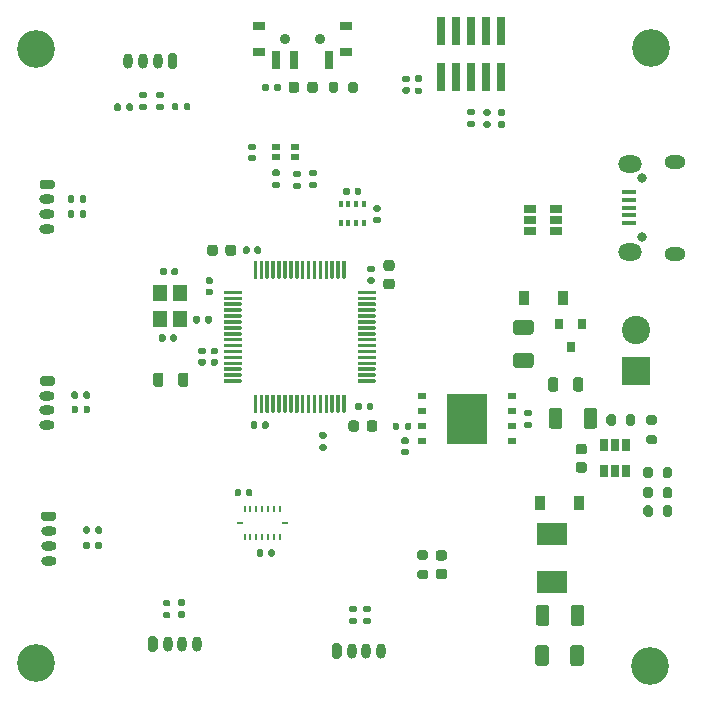
<source format=gbr>
%TF.GenerationSoftware,KiCad,Pcbnew,(5.1.8)-1*%
%TF.CreationDate,2021-01-21T22:43:38-05:00*%
%TF.ProjectId,Sensor Project,53656e73-6f72-4205-9072-6f6a6563742e,rev?*%
%TF.SameCoordinates,Original*%
%TF.FileFunction,Soldermask,Top*%
%TF.FilePolarity,Negative*%
%FSLAX46Y46*%
G04 Gerber Fmt 4.6, Leading zero omitted, Abs format (unit mm)*
G04 Created by KiCad (PCBNEW (5.1.8)-1) date 2021-01-21 22:43:38*
%MOMM*%
%LPD*%
G01*
G04 APERTURE LIST*
%ADD10R,0.800000X0.550000*%
%ADD11O,0.800000X0.800000*%
%ADD12O,1.800000X1.150000*%
%ADD13O,2.000000X1.450000*%
%ADD14R,1.300000X0.450000*%
%ADD15C,0.900000*%
%ADD16R,0.700000X1.500000*%
%ADD17R,1.000000X0.800000*%
%ADD18C,2.400000*%
%ADD19R,2.400000X2.400000*%
%ADD20R,0.900000X1.200000*%
%ADD21O,0.800000X1.300000*%
%ADD22O,1.300000X0.800000*%
%ADD23C,3.200000*%
%ADD24R,0.740000X2.400000*%
%ADD25R,2.500000X1.900000*%
%ADD26R,0.800000X0.900000*%
%ADD27R,0.650000X1.060000*%
%ADD28R,0.750000X0.500000*%
%ADD29R,3.450000X4.350000*%
%ADD30R,0.350000X0.500000*%
%ADD31R,0.250000X0.475000*%
%ADD32R,0.475000X0.250000*%
%ADD33R,1.060000X0.650000*%
%ADD34R,1.200000X1.400000*%
G04 APERTURE END LIST*
D10*
%TO.C,D5*%
X149340000Y-79200000D03*
X149340000Y-78300000D03*
X150940000Y-78300000D03*
X150940000Y-79200000D03*
%TD*%
%TO.C,C16*%
G36*
G01*
X140000000Y-94330000D02*
X140000000Y-94670000D01*
G75*
G02*
X139860000Y-94810000I-140000J0D01*
G01*
X139580000Y-94810000D01*
G75*
G02*
X139440000Y-94670000I0J140000D01*
G01*
X139440000Y-94330000D01*
G75*
G02*
X139580000Y-94190000I140000J0D01*
G01*
X139860000Y-94190000D01*
G75*
G02*
X140000000Y-94330000I0J-140000D01*
G01*
G37*
G36*
G01*
X140960000Y-94330000D02*
X140960000Y-94670000D01*
G75*
G02*
X140820000Y-94810000I-140000J0D01*
G01*
X140540000Y-94810000D01*
G75*
G02*
X140400000Y-94670000I0J140000D01*
G01*
X140400000Y-94330000D01*
G75*
G02*
X140540000Y-94190000I140000J0D01*
G01*
X140820000Y-94190000D01*
G75*
G02*
X140960000Y-94330000I0J-140000D01*
G01*
G37*
%TD*%
%TO.C,C15*%
G36*
G01*
X140500000Y-89050000D02*
X140500000Y-88710000D01*
G75*
G02*
X140640000Y-88570000I140000J0D01*
G01*
X140920000Y-88570000D01*
G75*
G02*
X141060000Y-88710000I0J-140000D01*
G01*
X141060000Y-89050000D01*
G75*
G02*
X140920000Y-89190000I-140000J0D01*
G01*
X140640000Y-89190000D01*
G75*
G02*
X140500000Y-89050000I0J140000D01*
G01*
G37*
G36*
G01*
X139540000Y-89050000D02*
X139540000Y-88710000D01*
G75*
G02*
X139680000Y-88570000I140000J0D01*
G01*
X139960000Y-88570000D01*
G75*
G02*
X140100000Y-88710000I0J-140000D01*
G01*
X140100000Y-89050000D01*
G75*
G02*
X139960000Y-89190000I-140000J0D01*
G01*
X139680000Y-89190000D01*
G75*
G02*
X139540000Y-89050000I0J140000D01*
G01*
G37*
%TD*%
D11*
%TO.C,J1*%
X180350000Y-80970000D03*
X180350000Y-85970000D03*
D12*
X183100000Y-79595000D03*
X183100000Y-87345000D03*
D13*
X179300000Y-79745000D03*
X179300000Y-87195000D03*
D14*
X179250000Y-82170000D03*
X179250000Y-82820000D03*
X179250000Y-83470000D03*
X179250000Y-84120000D03*
X179250000Y-84770000D03*
%TD*%
D15*
%TO.C,SW1*%
X153090000Y-69200000D03*
X150090000Y-69200000D03*
D16*
X153840000Y-70960000D03*
X150840000Y-70960000D03*
X149340000Y-70960000D03*
D17*
X155240000Y-68100000D03*
X147940000Y-68100000D03*
X147940000Y-70310000D03*
X155240000Y-70310000D03*
%TD*%
%TO.C,FB1*%
G36*
G01*
X173255000Y-98048750D02*
X173255000Y-98811250D01*
G75*
G02*
X173036250Y-99030000I-218750J0D01*
G01*
X172598750Y-99030000D01*
G75*
G02*
X172380000Y-98811250I0J218750D01*
G01*
X172380000Y-98048750D01*
G75*
G02*
X172598750Y-97830000I218750J0D01*
G01*
X173036250Y-97830000D01*
G75*
G02*
X173255000Y-98048750I0J-218750D01*
G01*
G37*
G36*
G01*
X175380000Y-98048750D02*
X175380000Y-98811250D01*
G75*
G02*
X175161250Y-99030000I-218750J0D01*
G01*
X174723750Y-99030000D01*
G75*
G02*
X174505000Y-98811250I0J218750D01*
G01*
X174505000Y-98048750D01*
G75*
G02*
X174723750Y-97830000I218750J0D01*
G01*
X175161250Y-97830000D01*
G75*
G02*
X175380000Y-98048750I0J-218750D01*
G01*
G37*
%TD*%
D18*
%TO.C,J2*%
X179860000Y-93830000D03*
D19*
X179860000Y-97330000D03*
%TD*%
%TO.C,U2*%
G36*
G01*
X144910000Y-90715000D02*
X144910000Y-90565000D01*
G75*
G02*
X144985000Y-90490000I75000J0D01*
G01*
X146385000Y-90490000D01*
G75*
G02*
X146460000Y-90565000I0J-75000D01*
G01*
X146460000Y-90715000D01*
G75*
G02*
X146385000Y-90790000I-75000J0D01*
G01*
X144985000Y-90790000D01*
G75*
G02*
X144910000Y-90715000I0J75000D01*
G01*
G37*
G36*
G01*
X144910000Y-91215000D02*
X144910000Y-91065000D01*
G75*
G02*
X144985000Y-90990000I75000J0D01*
G01*
X146385000Y-90990000D01*
G75*
G02*
X146460000Y-91065000I0J-75000D01*
G01*
X146460000Y-91215000D01*
G75*
G02*
X146385000Y-91290000I-75000J0D01*
G01*
X144985000Y-91290000D01*
G75*
G02*
X144910000Y-91215000I0J75000D01*
G01*
G37*
G36*
G01*
X144910000Y-91715000D02*
X144910000Y-91565000D01*
G75*
G02*
X144985000Y-91490000I75000J0D01*
G01*
X146385000Y-91490000D01*
G75*
G02*
X146460000Y-91565000I0J-75000D01*
G01*
X146460000Y-91715000D01*
G75*
G02*
X146385000Y-91790000I-75000J0D01*
G01*
X144985000Y-91790000D01*
G75*
G02*
X144910000Y-91715000I0J75000D01*
G01*
G37*
G36*
G01*
X144910000Y-92215000D02*
X144910000Y-92065000D01*
G75*
G02*
X144985000Y-91990000I75000J0D01*
G01*
X146385000Y-91990000D01*
G75*
G02*
X146460000Y-92065000I0J-75000D01*
G01*
X146460000Y-92215000D01*
G75*
G02*
X146385000Y-92290000I-75000J0D01*
G01*
X144985000Y-92290000D01*
G75*
G02*
X144910000Y-92215000I0J75000D01*
G01*
G37*
G36*
G01*
X144910000Y-92715000D02*
X144910000Y-92565000D01*
G75*
G02*
X144985000Y-92490000I75000J0D01*
G01*
X146385000Y-92490000D01*
G75*
G02*
X146460000Y-92565000I0J-75000D01*
G01*
X146460000Y-92715000D01*
G75*
G02*
X146385000Y-92790000I-75000J0D01*
G01*
X144985000Y-92790000D01*
G75*
G02*
X144910000Y-92715000I0J75000D01*
G01*
G37*
G36*
G01*
X144910000Y-93215000D02*
X144910000Y-93065000D01*
G75*
G02*
X144985000Y-92990000I75000J0D01*
G01*
X146385000Y-92990000D01*
G75*
G02*
X146460000Y-93065000I0J-75000D01*
G01*
X146460000Y-93215000D01*
G75*
G02*
X146385000Y-93290000I-75000J0D01*
G01*
X144985000Y-93290000D01*
G75*
G02*
X144910000Y-93215000I0J75000D01*
G01*
G37*
G36*
G01*
X144910000Y-93715000D02*
X144910000Y-93565000D01*
G75*
G02*
X144985000Y-93490000I75000J0D01*
G01*
X146385000Y-93490000D01*
G75*
G02*
X146460000Y-93565000I0J-75000D01*
G01*
X146460000Y-93715000D01*
G75*
G02*
X146385000Y-93790000I-75000J0D01*
G01*
X144985000Y-93790000D01*
G75*
G02*
X144910000Y-93715000I0J75000D01*
G01*
G37*
G36*
G01*
X144910000Y-94215000D02*
X144910000Y-94065000D01*
G75*
G02*
X144985000Y-93990000I75000J0D01*
G01*
X146385000Y-93990000D01*
G75*
G02*
X146460000Y-94065000I0J-75000D01*
G01*
X146460000Y-94215000D01*
G75*
G02*
X146385000Y-94290000I-75000J0D01*
G01*
X144985000Y-94290000D01*
G75*
G02*
X144910000Y-94215000I0J75000D01*
G01*
G37*
G36*
G01*
X144910000Y-94715000D02*
X144910000Y-94565000D01*
G75*
G02*
X144985000Y-94490000I75000J0D01*
G01*
X146385000Y-94490000D01*
G75*
G02*
X146460000Y-94565000I0J-75000D01*
G01*
X146460000Y-94715000D01*
G75*
G02*
X146385000Y-94790000I-75000J0D01*
G01*
X144985000Y-94790000D01*
G75*
G02*
X144910000Y-94715000I0J75000D01*
G01*
G37*
G36*
G01*
X144910000Y-95215000D02*
X144910000Y-95065000D01*
G75*
G02*
X144985000Y-94990000I75000J0D01*
G01*
X146385000Y-94990000D01*
G75*
G02*
X146460000Y-95065000I0J-75000D01*
G01*
X146460000Y-95215000D01*
G75*
G02*
X146385000Y-95290000I-75000J0D01*
G01*
X144985000Y-95290000D01*
G75*
G02*
X144910000Y-95215000I0J75000D01*
G01*
G37*
G36*
G01*
X144910000Y-95715000D02*
X144910000Y-95565000D01*
G75*
G02*
X144985000Y-95490000I75000J0D01*
G01*
X146385000Y-95490000D01*
G75*
G02*
X146460000Y-95565000I0J-75000D01*
G01*
X146460000Y-95715000D01*
G75*
G02*
X146385000Y-95790000I-75000J0D01*
G01*
X144985000Y-95790000D01*
G75*
G02*
X144910000Y-95715000I0J75000D01*
G01*
G37*
G36*
G01*
X144910000Y-96215000D02*
X144910000Y-96065000D01*
G75*
G02*
X144985000Y-95990000I75000J0D01*
G01*
X146385000Y-95990000D01*
G75*
G02*
X146460000Y-96065000I0J-75000D01*
G01*
X146460000Y-96215000D01*
G75*
G02*
X146385000Y-96290000I-75000J0D01*
G01*
X144985000Y-96290000D01*
G75*
G02*
X144910000Y-96215000I0J75000D01*
G01*
G37*
G36*
G01*
X144910000Y-96715000D02*
X144910000Y-96565000D01*
G75*
G02*
X144985000Y-96490000I75000J0D01*
G01*
X146385000Y-96490000D01*
G75*
G02*
X146460000Y-96565000I0J-75000D01*
G01*
X146460000Y-96715000D01*
G75*
G02*
X146385000Y-96790000I-75000J0D01*
G01*
X144985000Y-96790000D01*
G75*
G02*
X144910000Y-96715000I0J75000D01*
G01*
G37*
G36*
G01*
X144910000Y-97215000D02*
X144910000Y-97065000D01*
G75*
G02*
X144985000Y-96990000I75000J0D01*
G01*
X146385000Y-96990000D01*
G75*
G02*
X146460000Y-97065000I0J-75000D01*
G01*
X146460000Y-97215000D01*
G75*
G02*
X146385000Y-97290000I-75000J0D01*
G01*
X144985000Y-97290000D01*
G75*
G02*
X144910000Y-97215000I0J75000D01*
G01*
G37*
G36*
G01*
X144910000Y-97715000D02*
X144910000Y-97565000D01*
G75*
G02*
X144985000Y-97490000I75000J0D01*
G01*
X146385000Y-97490000D01*
G75*
G02*
X146460000Y-97565000I0J-75000D01*
G01*
X146460000Y-97715000D01*
G75*
G02*
X146385000Y-97790000I-75000J0D01*
G01*
X144985000Y-97790000D01*
G75*
G02*
X144910000Y-97715000I0J75000D01*
G01*
G37*
G36*
G01*
X144910000Y-98215000D02*
X144910000Y-98065000D01*
G75*
G02*
X144985000Y-97990000I75000J0D01*
G01*
X146385000Y-97990000D01*
G75*
G02*
X146460000Y-98065000I0J-75000D01*
G01*
X146460000Y-98215000D01*
G75*
G02*
X146385000Y-98290000I-75000J0D01*
G01*
X144985000Y-98290000D01*
G75*
G02*
X144910000Y-98215000I0J75000D01*
G01*
G37*
G36*
G01*
X147460000Y-100765000D02*
X147460000Y-99365000D01*
G75*
G02*
X147535000Y-99290000I75000J0D01*
G01*
X147685000Y-99290000D01*
G75*
G02*
X147760000Y-99365000I0J-75000D01*
G01*
X147760000Y-100765000D01*
G75*
G02*
X147685000Y-100840000I-75000J0D01*
G01*
X147535000Y-100840000D01*
G75*
G02*
X147460000Y-100765000I0J75000D01*
G01*
G37*
G36*
G01*
X147960000Y-100765000D02*
X147960000Y-99365000D01*
G75*
G02*
X148035000Y-99290000I75000J0D01*
G01*
X148185000Y-99290000D01*
G75*
G02*
X148260000Y-99365000I0J-75000D01*
G01*
X148260000Y-100765000D01*
G75*
G02*
X148185000Y-100840000I-75000J0D01*
G01*
X148035000Y-100840000D01*
G75*
G02*
X147960000Y-100765000I0J75000D01*
G01*
G37*
G36*
G01*
X148460000Y-100765000D02*
X148460000Y-99365000D01*
G75*
G02*
X148535000Y-99290000I75000J0D01*
G01*
X148685000Y-99290000D01*
G75*
G02*
X148760000Y-99365000I0J-75000D01*
G01*
X148760000Y-100765000D01*
G75*
G02*
X148685000Y-100840000I-75000J0D01*
G01*
X148535000Y-100840000D01*
G75*
G02*
X148460000Y-100765000I0J75000D01*
G01*
G37*
G36*
G01*
X148960000Y-100765000D02*
X148960000Y-99365000D01*
G75*
G02*
X149035000Y-99290000I75000J0D01*
G01*
X149185000Y-99290000D01*
G75*
G02*
X149260000Y-99365000I0J-75000D01*
G01*
X149260000Y-100765000D01*
G75*
G02*
X149185000Y-100840000I-75000J0D01*
G01*
X149035000Y-100840000D01*
G75*
G02*
X148960000Y-100765000I0J75000D01*
G01*
G37*
G36*
G01*
X149460000Y-100765000D02*
X149460000Y-99365000D01*
G75*
G02*
X149535000Y-99290000I75000J0D01*
G01*
X149685000Y-99290000D01*
G75*
G02*
X149760000Y-99365000I0J-75000D01*
G01*
X149760000Y-100765000D01*
G75*
G02*
X149685000Y-100840000I-75000J0D01*
G01*
X149535000Y-100840000D01*
G75*
G02*
X149460000Y-100765000I0J75000D01*
G01*
G37*
G36*
G01*
X149960000Y-100765000D02*
X149960000Y-99365000D01*
G75*
G02*
X150035000Y-99290000I75000J0D01*
G01*
X150185000Y-99290000D01*
G75*
G02*
X150260000Y-99365000I0J-75000D01*
G01*
X150260000Y-100765000D01*
G75*
G02*
X150185000Y-100840000I-75000J0D01*
G01*
X150035000Y-100840000D01*
G75*
G02*
X149960000Y-100765000I0J75000D01*
G01*
G37*
G36*
G01*
X150460000Y-100765000D02*
X150460000Y-99365000D01*
G75*
G02*
X150535000Y-99290000I75000J0D01*
G01*
X150685000Y-99290000D01*
G75*
G02*
X150760000Y-99365000I0J-75000D01*
G01*
X150760000Y-100765000D01*
G75*
G02*
X150685000Y-100840000I-75000J0D01*
G01*
X150535000Y-100840000D01*
G75*
G02*
X150460000Y-100765000I0J75000D01*
G01*
G37*
G36*
G01*
X150960000Y-100765000D02*
X150960000Y-99365000D01*
G75*
G02*
X151035000Y-99290000I75000J0D01*
G01*
X151185000Y-99290000D01*
G75*
G02*
X151260000Y-99365000I0J-75000D01*
G01*
X151260000Y-100765000D01*
G75*
G02*
X151185000Y-100840000I-75000J0D01*
G01*
X151035000Y-100840000D01*
G75*
G02*
X150960000Y-100765000I0J75000D01*
G01*
G37*
G36*
G01*
X151460000Y-100765000D02*
X151460000Y-99365000D01*
G75*
G02*
X151535000Y-99290000I75000J0D01*
G01*
X151685000Y-99290000D01*
G75*
G02*
X151760000Y-99365000I0J-75000D01*
G01*
X151760000Y-100765000D01*
G75*
G02*
X151685000Y-100840000I-75000J0D01*
G01*
X151535000Y-100840000D01*
G75*
G02*
X151460000Y-100765000I0J75000D01*
G01*
G37*
G36*
G01*
X151960000Y-100765000D02*
X151960000Y-99365000D01*
G75*
G02*
X152035000Y-99290000I75000J0D01*
G01*
X152185000Y-99290000D01*
G75*
G02*
X152260000Y-99365000I0J-75000D01*
G01*
X152260000Y-100765000D01*
G75*
G02*
X152185000Y-100840000I-75000J0D01*
G01*
X152035000Y-100840000D01*
G75*
G02*
X151960000Y-100765000I0J75000D01*
G01*
G37*
G36*
G01*
X152460000Y-100765000D02*
X152460000Y-99365000D01*
G75*
G02*
X152535000Y-99290000I75000J0D01*
G01*
X152685000Y-99290000D01*
G75*
G02*
X152760000Y-99365000I0J-75000D01*
G01*
X152760000Y-100765000D01*
G75*
G02*
X152685000Y-100840000I-75000J0D01*
G01*
X152535000Y-100840000D01*
G75*
G02*
X152460000Y-100765000I0J75000D01*
G01*
G37*
G36*
G01*
X152960000Y-100765000D02*
X152960000Y-99365000D01*
G75*
G02*
X153035000Y-99290000I75000J0D01*
G01*
X153185000Y-99290000D01*
G75*
G02*
X153260000Y-99365000I0J-75000D01*
G01*
X153260000Y-100765000D01*
G75*
G02*
X153185000Y-100840000I-75000J0D01*
G01*
X153035000Y-100840000D01*
G75*
G02*
X152960000Y-100765000I0J75000D01*
G01*
G37*
G36*
G01*
X153460000Y-100765000D02*
X153460000Y-99365000D01*
G75*
G02*
X153535000Y-99290000I75000J0D01*
G01*
X153685000Y-99290000D01*
G75*
G02*
X153760000Y-99365000I0J-75000D01*
G01*
X153760000Y-100765000D01*
G75*
G02*
X153685000Y-100840000I-75000J0D01*
G01*
X153535000Y-100840000D01*
G75*
G02*
X153460000Y-100765000I0J75000D01*
G01*
G37*
G36*
G01*
X153960000Y-100765000D02*
X153960000Y-99365000D01*
G75*
G02*
X154035000Y-99290000I75000J0D01*
G01*
X154185000Y-99290000D01*
G75*
G02*
X154260000Y-99365000I0J-75000D01*
G01*
X154260000Y-100765000D01*
G75*
G02*
X154185000Y-100840000I-75000J0D01*
G01*
X154035000Y-100840000D01*
G75*
G02*
X153960000Y-100765000I0J75000D01*
G01*
G37*
G36*
G01*
X154460000Y-100765000D02*
X154460000Y-99365000D01*
G75*
G02*
X154535000Y-99290000I75000J0D01*
G01*
X154685000Y-99290000D01*
G75*
G02*
X154760000Y-99365000I0J-75000D01*
G01*
X154760000Y-100765000D01*
G75*
G02*
X154685000Y-100840000I-75000J0D01*
G01*
X154535000Y-100840000D01*
G75*
G02*
X154460000Y-100765000I0J75000D01*
G01*
G37*
G36*
G01*
X154960000Y-100765000D02*
X154960000Y-99365000D01*
G75*
G02*
X155035000Y-99290000I75000J0D01*
G01*
X155185000Y-99290000D01*
G75*
G02*
X155260000Y-99365000I0J-75000D01*
G01*
X155260000Y-100765000D01*
G75*
G02*
X155185000Y-100840000I-75000J0D01*
G01*
X155035000Y-100840000D01*
G75*
G02*
X154960000Y-100765000I0J75000D01*
G01*
G37*
G36*
G01*
X156260000Y-98215000D02*
X156260000Y-98065000D01*
G75*
G02*
X156335000Y-97990000I75000J0D01*
G01*
X157735000Y-97990000D01*
G75*
G02*
X157810000Y-98065000I0J-75000D01*
G01*
X157810000Y-98215000D01*
G75*
G02*
X157735000Y-98290000I-75000J0D01*
G01*
X156335000Y-98290000D01*
G75*
G02*
X156260000Y-98215000I0J75000D01*
G01*
G37*
G36*
G01*
X156260000Y-97715000D02*
X156260000Y-97565000D01*
G75*
G02*
X156335000Y-97490000I75000J0D01*
G01*
X157735000Y-97490000D01*
G75*
G02*
X157810000Y-97565000I0J-75000D01*
G01*
X157810000Y-97715000D01*
G75*
G02*
X157735000Y-97790000I-75000J0D01*
G01*
X156335000Y-97790000D01*
G75*
G02*
X156260000Y-97715000I0J75000D01*
G01*
G37*
G36*
G01*
X156260000Y-97215000D02*
X156260000Y-97065000D01*
G75*
G02*
X156335000Y-96990000I75000J0D01*
G01*
X157735000Y-96990000D01*
G75*
G02*
X157810000Y-97065000I0J-75000D01*
G01*
X157810000Y-97215000D01*
G75*
G02*
X157735000Y-97290000I-75000J0D01*
G01*
X156335000Y-97290000D01*
G75*
G02*
X156260000Y-97215000I0J75000D01*
G01*
G37*
G36*
G01*
X156260000Y-96715000D02*
X156260000Y-96565000D01*
G75*
G02*
X156335000Y-96490000I75000J0D01*
G01*
X157735000Y-96490000D01*
G75*
G02*
X157810000Y-96565000I0J-75000D01*
G01*
X157810000Y-96715000D01*
G75*
G02*
X157735000Y-96790000I-75000J0D01*
G01*
X156335000Y-96790000D01*
G75*
G02*
X156260000Y-96715000I0J75000D01*
G01*
G37*
G36*
G01*
X156260000Y-96215000D02*
X156260000Y-96065000D01*
G75*
G02*
X156335000Y-95990000I75000J0D01*
G01*
X157735000Y-95990000D01*
G75*
G02*
X157810000Y-96065000I0J-75000D01*
G01*
X157810000Y-96215000D01*
G75*
G02*
X157735000Y-96290000I-75000J0D01*
G01*
X156335000Y-96290000D01*
G75*
G02*
X156260000Y-96215000I0J75000D01*
G01*
G37*
G36*
G01*
X156260000Y-95715000D02*
X156260000Y-95565000D01*
G75*
G02*
X156335000Y-95490000I75000J0D01*
G01*
X157735000Y-95490000D01*
G75*
G02*
X157810000Y-95565000I0J-75000D01*
G01*
X157810000Y-95715000D01*
G75*
G02*
X157735000Y-95790000I-75000J0D01*
G01*
X156335000Y-95790000D01*
G75*
G02*
X156260000Y-95715000I0J75000D01*
G01*
G37*
G36*
G01*
X156260000Y-95215000D02*
X156260000Y-95065000D01*
G75*
G02*
X156335000Y-94990000I75000J0D01*
G01*
X157735000Y-94990000D01*
G75*
G02*
X157810000Y-95065000I0J-75000D01*
G01*
X157810000Y-95215000D01*
G75*
G02*
X157735000Y-95290000I-75000J0D01*
G01*
X156335000Y-95290000D01*
G75*
G02*
X156260000Y-95215000I0J75000D01*
G01*
G37*
G36*
G01*
X156260000Y-94715000D02*
X156260000Y-94565000D01*
G75*
G02*
X156335000Y-94490000I75000J0D01*
G01*
X157735000Y-94490000D01*
G75*
G02*
X157810000Y-94565000I0J-75000D01*
G01*
X157810000Y-94715000D01*
G75*
G02*
X157735000Y-94790000I-75000J0D01*
G01*
X156335000Y-94790000D01*
G75*
G02*
X156260000Y-94715000I0J75000D01*
G01*
G37*
G36*
G01*
X156260000Y-94215000D02*
X156260000Y-94065000D01*
G75*
G02*
X156335000Y-93990000I75000J0D01*
G01*
X157735000Y-93990000D01*
G75*
G02*
X157810000Y-94065000I0J-75000D01*
G01*
X157810000Y-94215000D01*
G75*
G02*
X157735000Y-94290000I-75000J0D01*
G01*
X156335000Y-94290000D01*
G75*
G02*
X156260000Y-94215000I0J75000D01*
G01*
G37*
G36*
G01*
X156260000Y-93715000D02*
X156260000Y-93565000D01*
G75*
G02*
X156335000Y-93490000I75000J0D01*
G01*
X157735000Y-93490000D01*
G75*
G02*
X157810000Y-93565000I0J-75000D01*
G01*
X157810000Y-93715000D01*
G75*
G02*
X157735000Y-93790000I-75000J0D01*
G01*
X156335000Y-93790000D01*
G75*
G02*
X156260000Y-93715000I0J75000D01*
G01*
G37*
G36*
G01*
X156260000Y-93215000D02*
X156260000Y-93065000D01*
G75*
G02*
X156335000Y-92990000I75000J0D01*
G01*
X157735000Y-92990000D01*
G75*
G02*
X157810000Y-93065000I0J-75000D01*
G01*
X157810000Y-93215000D01*
G75*
G02*
X157735000Y-93290000I-75000J0D01*
G01*
X156335000Y-93290000D01*
G75*
G02*
X156260000Y-93215000I0J75000D01*
G01*
G37*
G36*
G01*
X156260000Y-92715000D02*
X156260000Y-92565000D01*
G75*
G02*
X156335000Y-92490000I75000J0D01*
G01*
X157735000Y-92490000D01*
G75*
G02*
X157810000Y-92565000I0J-75000D01*
G01*
X157810000Y-92715000D01*
G75*
G02*
X157735000Y-92790000I-75000J0D01*
G01*
X156335000Y-92790000D01*
G75*
G02*
X156260000Y-92715000I0J75000D01*
G01*
G37*
G36*
G01*
X156260000Y-92215000D02*
X156260000Y-92065000D01*
G75*
G02*
X156335000Y-91990000I75000J0D01*
G01*
X157735000Y-91990000D01*
G75*
G02*
X157810000Y-92065000I0J-75000D01*
G01*
X157810000Y-92215000D01*
G75*
G02*
X157735000Y-92290000I-75000J0D01*
G01*
X156335000Y-92290000D01*
G75*
G02*
X156260000Y-92215000I0J75000D01*
G01*
G37*
G36*
G01*
X156260000Y-91715000D02*
X156260000Y-91565000D01*
G75*
G02*
X156335000Y-91490000I75000J0D01*
G01*
X157735000Y-91490000D01*
G75*
G02*
X157810000Y-91565000I0J-75000D01*
G01*
X157810000Y-91715000D01*
G75*
G02*
X157735000Y-91790000I-75000J0D01*
G01*
X156335000Y-91790000D01*
G75*
G02*
X156260000Y-91715000I0J75000D01*
G01*
G37*
G36*
G01*
X156260000Y-91215000D02*
X156260000Y-91065000D01*
G75*
G02*
X156335000Y-90990000I75000J0D01*
G01*
X157735000Y-90990000D01*
G75*
G02*
X157810000Y-91065000I0J-75000D01*
G01*
X157810000Y-91215000D01*
G75*
G02*
X157735000Y-91290000I-75000J0D01*
G01*
X156335000Y-91290000D01*
G75*
G02*
X156260000Y-91215000I0J75000D01*
G01*
G37*
G36*
G01*
X156260000Y-90715000D02*
X156260000Y-90565000D01*
G75*
G02*
X156335000Y-90490000I75000J0D01*
G01*
X157735000Y-90490000D01*
G75*
G02*
X157810000Y-90565000I0J-75000D01*
G01*
X157810000Y-90715000D01*
G75*
G02*
X157735000Y-90790000I-75000J0D01*
G01*
X156335000Y-90790000D01*
G75*
G02*
X156260000Y-90715000I0J75000D01*
G01*
G37*
G36*
G01*
X154960000Y-89415000D02*
X154960000Y-88015000D01*
G75*
G02*
X155035000Y-87940000I75000J0D01*
G01*
X155185000Y-87940000D01*
G75*
G02*
X155260000Y-88015000I0J-75000D01*
G01*
X155260000Y-89415000D01*
G75*
G02*
X155185000Y-89490000I-75000J0D01*
G01*
X155035000Y-89490000D01*
G75*
G02*
X154960000Y-89415000I0J75000D01*
G01*
G37*
G36*
G01*
X154460000Y-89415000D02*
X154460000Y-88015000D01*
G75*
G02*
X154535000Y-87940000I75000J0D01*
G01*
X154685000Y-87940000D01*
G75*
G02*
X154760000Y-88015000I0J-75000D01*
G01*
X154760000Y-89415000D01*
G75*
G02*
X154685000Y-89490000I-75000J0D01*
G01*
X154535000Y-89490000D01*
G75*
G02*
X154460000Y-89415000I0J75000D01*
G01*
G37*
G36*
G01*
X153960000Y-89415000D02*
X153960000Y-88015000D01*
G75*
G02*
X154035000Y-87940000I75000J0D01*
G01*
X154185000Y-87940000D01*
G75*
G02*
X154260000Y-88015000I0J-75000D01*
G01*
X154260000Y-89415000D01*
G75*
G02*
X154185000Y-89490000I-75000J0D01*
G01*
X154035000Y-89490000D01*
G75*
G02*
X153960000Y-89415000I0J75000D01*
G01*
G37*
G36*
G01*
X153460000Y-89415000D02*
X153460000Y-88015000D01*
G75*
G02*
X153535000Y-87940000I75000J0D01*
G01*
X153685000Y-87940000D01*
G75*
G02*
X153760000Y-88015000I0J-75000D01*
G01*
X153760000Y-89415000D01*
G75*
G02*
X153685000Y-89490000I-75000J0D01*
G01*
X153535000Y-89490000D01*
G75*
G02*
X153460000Y-89415000I0J75000D01*
G01*
G37*
G36*
G01*
X152960000Y-89415000D02*
X152960000Y-88015000D01*
G75*
G02*
X153035000Y-87940000I75000J0D01*
G01*
X153185000Y-87940000D01*
G75*
G02*
X153260000Y-88015000I0J-75000D01*
G01*
X153260000Y-89415000D01*
G75*
G02*
X153185000Y-89490000I-75000J0D01*
G01*
X153035000Y-89490000D01*
G75*
G02*
X152960000Y-89415000I0J75000D01*
G01*
G37*
G36*
G01*
X152460000Y-89415000D02*
X152460000Y-88015000D01*
G75*
G02*
X152535000Y-87940000I75000J0D01*
G01*
X152685000Y-87940000D01*
G75*
G02*
X152760000Y-88015000I0J-75000D01*
G01*
X152760000Y-89415000D01*
G75*
G02*
X152685000Y-89490000I-75000J0D01*
G01*
X152535000Y-89490000D01*
G75*
G02*
X152460000Y-89415000I0J75000D01*
G01*
G37*
G36*
G01*
X151960000Y-89415000D02*
X151960000Y-88015000D01*
G75*
G02*
X152035000Y-87940000I75000J0D01*
G01*
X152185000Y-87940000D01*
G75*
G02*
X152260000Y-88015000I0J-75000D01*
G01*
X152260000Y-89415000D01*
G75*
G02*
X152185000Y-89490000I-75000J0D01*
G01*
X152035000Y-89490000D01*
G75*
G02*
X151960000Y-89415000I0J75000D01*
G01*
G37*
G36*
G01*
X151460000Y-89415000D02*
X151460000Y-88015000D01*
G75*
G02*
X151535000Y-87940000I75000J0D01*
G01*
X151685000Y-87940000D01*
G75*
G02*
X151760000Y-88015000I0J-75000D01*
G01*
X151760000Y-89415000D01*
G75*
G02*
X151685000Y-89490000I-75000J0D01*
G01*
X151535000Y-89490000D01*
G75*
G02*
X151460000Y-89415000I0J75000D01*
G01*
G37*
G36*
G01*
X150960000Y-89415000D02*
X150960000Y-88015000D01*
G75*
G02*
X151035000Y-87940000I75000J0D01*
G01*
X151185000Y-87940000D01*
G75*
G02*
X151260000Y-88015000I0J-75000D01*
G01*
X151260000Y-89415000D01*
G75*
G02*
X151185000Y-89490000I-75000J0D01*
G01*
X151035000Y-89490000D01*
G75*
G02*
X150960000Y-89415000I0J75000D01*
G01*
G37*
G36*
G01*
X150460000Y-89415000D02*
X150460000Y-88015000D01*
G75*
G02*
X150535000Y-87940000I75000J0D01*
G01*
X150685000Y-87940000D01*
G75*
G02*
X150760000Y-88015000I0J-75000D01*
G01*
X150760000Y-89415000D01*
G75*
G02*
X150685000Y-89490000I-75000J0D01*
G01*
X150535000Y-89490000D01*
G75*
G02*
X150460000Y-89415000I0J75000D01*
G01*
G37*
G36*
G01*
X149960000Y-89415000D02*
X149960000Y-88015000D01*
G75*
G02*
X150035000Y-87940000I75000J0D01*
G01*
X150185000Y-87940000D01*
G75*
G02*
X150260000Y-88015000I0J-75000D01*
G01*
X150260000Y-89415000D01*
G75*
G02*
X150185000Y-89490000I-75000J0D01*
G01*
X150035000Y-89490000D01*
G75*
G02*
X149960000Y-89415000I0J75000D01*
G01*
G37*
G36*
G01*
X149460000Y-89415000D02*
X149460000Y-88015000D01*
G75*
G02*
X149535000Y-87940000I75000J0D01*
G01*
X149685000Y-87940000D01*
G75*
G02*
X149760000Y-88015000I0J-75000D01*
G01*
X149760000Y-89415000D01*
G75*
G02*
X149685000Y-89490000I-75000J0D01*
G01*
X149535000Y-89490000D01*
G75*
G02*
X149460000Y-89415000I0J75000D01*
G01*
G37*
G36*
G01*
X148960000Y-89415000D02*
X148960000Y-88015000D01*
G75*
G02*
X149035000Y-87940000I75000J0D01*
G01*
X149185000Y-87940000D01*
G75*
G02*
X149260000Y-88015000I0J-75000D01*
G01*
X149260000Y-89415000D01*
G75*
G02*
X149185000Y-89490000I-75000J0D01*
G01*
X149035000Y-89490000D01*
G75*
G02*
X148960000Y-89415000I0J75000D01*
G01*
G37*
G36*
G01*
X148460000Y-89415000D02*
X148460000Y-88015000D01*
G75*
G02*
X148535000Y-87940000I75000J0D01*
G01*
X148685000Y-87940000D01*
G75*
G02*
X148760000Y-88015000I0J-75000D01*
G01*
X148760000Y-89415000D01*
G75*
G02*
X148685000Y-89490000I-75000J0D01*
G01*
X148535000Y-89490000D01*
G75*
G02*
X148460000Y-89415000I0J75000D01*
G01*
G37*
G36*
G01*
X147960000Y-89415000D02*
X147960000Y-88015000D01*
G75*
G02*
X148035000Y-87940000I75000J0D01*
G01*
X148185000Y-87940000D01*
G75*
G02*
X148260000Y-88015000I0J-75000D01*
G01*
X148260000Y-89415000D01*
G75*
G02*
X148185000Y-89490000I-75000J0D01*
G01*
X148035000Y-89490000D01*
G75*
G02*
X147960000Y-89415000I0J75000D01*
G01*
G37*
G36*
G01*
X147460000Y-89415000D02*
X147460000Y-88015000D01*
G75*
G02*
X147535000Y-87940000I75000J0D01*
G01*
X147685000Y-87940000D01*
G75*
G02*
X147760000Y-88015000I0J-75000D01*
G01*
X147760000Y-89415000D01*
G75*
G02*
X147685000Y-89490000I-75000J0D01*
G01*
X147535000Y-89490000D01*
G75*
G02*
X147460000Y-89415000I0J75000D01*
G01*
G37*
%TD*%
D20*
%TO.C,D1*%
X173650000Y-91080000D03*
X170350000Y-91080000D03*
%TD*%
D21*
%TO.C,J4*%
X136840000Y-71030000D03*
X138090000Y-71030000D03*
X139340000Y-71030000D03*
G36*
G01*
X140990000Y-70580000D02*
X140990000Y-71480000D01*
G75*
G02*
X140790000Y-71680000I-200000J0D01*
G01*
X140390000Y-71680000D01*
G75*
G02*
X140190000Y-71480000I0J200000D01*
G01*
X140190000Y-70580000D01*
G75*
G02*
X140390000Y-70380000I200000J0D01*
G01*
X140790000Y-70380000D01*
G75*
G02*
X140990000Y-70580000I0J-200000D01*
G01*
G37*
%TD*%
%TO.C,J3*%
X158250000Y-121000000D03*
X157000000Y-121000000D03*
X155750000Y-121000000D03*
G36*
G01*
X154100000Y-121450000D02*
X154100000Y-120550000D01*
G75*
G02*
X154300000Y-120350000I200000J0D01*
G01*
X154700000Y-120350000D01*
G75*
G02*
X154900000Y-120550000I0J-200000D01*
G01*
X154900000Y-121450000D01*
G75*
G02*
X154700000Y-121650000I-200000J0D01*
G01*
X154300000Y-121650000D01*
G75*
G02*
X154100000Y-121450000I0J200000D01*
G01*
G37*
%TD*%
%TO.C,J7*%
X142670000Y-120410000D03*
X141420000Y-120410000D03*
X140170000Y-120410000D03*
G36*
G01*
X138520000Y-120860000D02*
X138520000Y-119960000D01*
G75*
G02*
X138720000Y-119760000I200000J0D01*
G01*
X139120000Y-119760000D01*
G75*
G02*
X139320000Y-119960000I0J-200000D01*
G01*
X139320000Y-120860000D01*
G75*
G02*
X139120000Y-121060000I-200000J0D01*
G01*
X138720000Y-121060000D01*
G75*
G02*
X138520000Y-120860000I0J200000D01*
G01*
G37*
%TD*%
D22*
%TO.C,J6*%
X130100000Y-113340000D03*
X130100000Y-112090000D03*
X130100000Y-110840000D03*
G36*
G01*
X129650000Y-109190000D02*
X130550000Y-109190000D01*
G75*
G02*
X130750000Y-109390000I0J-200000D01*
G01*
X130750000Y-109790000D01*
G75*
G02*
X130550000Y-109990000I-200000J0D01*
G01*
X129650000Y-109990000D01*
G75*
G02*
X129450000Y-109790000I0J200000D01*
G01*
X129450000Y-109390000D01*
G75*
G02*
X129650000Y-109190000I200000J0D01*
G01*
G37*
%TD*%
%TO.C,J8*%
X130000000Y-85250000D03*
X130000000Y-84000000D03*
X130000000Y-82750000D03*
G36*
G01*
X129550000Y-81100000D02*
X130450000Y-81100000D01*
G75*
G02*
X130650000Y-81300000I0J-200000D01*
G01*
X130650000Y-81700000D01*
G75*
G02*
X130450000Y-81900000I-200000J0D01*
G01*
X129550000Y-81900000D01*
G75*
G02*
X129350000Y-81700000I0J200000D01*
G01*
X129350000Y-81300000D01*
G75*
G02*
X129550000Y-81100000I200000J0D01*
G01*
G37*
%TD*%
%TO.C,J9*%
X130000000Y-101870000D03*
X130000000Y-100620000D03*
X130000000Y-99370000D03*
G36*
G01*
X129550000Y-97720000D02*
X130450000Y-97720000D01*
G75*
G02*
X130650000Y-97920000I0J-200000D01*
G01*
X130650000Y-98320000D01*
G75*
G02*
X130450000Y-98520000I-200000J0D01*
G01*
X129550000Y-98520000D01*
G75*
G02*
X129350000Y-98320000I0J200000D01*
G01*
X129350000Y-97920000D01*
G75*
G02*
X129550000Y-97720000I200000J0D01*
G01*
G37*
%TD*%
%TO.C,C1*%
G36*
G01*
X176550000Y-100649999D02*
X176550000Y-101950001D01*
G75*
G02*
X176300001Y-102200000I-249999J0D01*
G01*
X175649999Y-102200000D01*
G75*
G02*
X175400000Y-101950001I0J249999D01*
G01*
X175400000Y-100649999D01*
G75*
G02*
X175649999Y-100400000I249999J0D01*
G01*
X176300001Y-100400000D01*
G75*
G02*
X176550000Y-100649999I0J-249999D01*
G01*
G37*
G36*
G01*
X173600000Y-100649999D02*
X173600000Y-101950001D01*
G75*
G02*
X173350001Y-102200000I-249999J0D01*
G01*
X172699999Y-102200000D01*
G75*
G02*
X172450000Y-101950001I0J249999D01*
G01*
X172450000Y-100649999D01*
G75*
G02*
X172699999Y-100400000I249999J0D01*
G01*
X173350001Y-100400000D01*
G75*
G02*
X173600000Y-100649999I0J-249999D01*
G01*
G37*
%TD*%
%TO.C,C2*%
G36*
G01*
X174950000Y-105005000D02*
X175450000Y-105005000D01*
G75*
G02*
X175675000Y-105230000I0J-225000D01*
G01*
X175675000Y-105680000D01*
G75*
G02*
X175450000Y-105905000I-225000J0D01*
G01*
X174950000Y-105905000D01*
G75*
G02*
X174725000Y-105680000I0J225000D01*
G01*
X174725000Y-105230000D01*
G75*
G02*
X174950000Y-105005000I225000J0D01*
G01*
G37*
G36*
G01*
X174950000Y-103455000D02*
X175450000Y-103455000D01*
G75*
G02*
X175675000Y-103680000I0J-225000D01*
G01*
X175675000Y-104130000D01*
G75*
G02*
X175450000Y-104355000I-225000J0D01*
G01*
X174950000Y-104355000D01*
G75*
G02*
X174725000Y-104130000I0J225000D01*
G01*
X174725000Y-103680000D01*
G75*
G02*
X174950000Y-103455000I225000J0D01*
G01*
G37*
%TD*%
%TO.C,C3*%
G36*
G01*
X174250000Y-122030001D02*
X174250000Y-120729999D01*
G75*
G02*
X174499999Y-120480000I249999J0D01*
G01*
X175150001Y-120480000D01*
G75*
G02*
X175400000Y-120729999I0J-249999D01*
G01*
X175400000Y-122030001D01*
G75*
G02*
X175150001Y-122280000I-249999J0D01*
G01*
X174499999Y-122280000D01*
G75*
G02*
X174250000Y-122030001I0J249999D01*
G01*
G37*
G36*
G01*
X171300000Y-122030001D02*
X171300000Y-120729999D01*
G75*
G02*
X171549999Y-120480000I249999J0D01*
G01*
X172200001Y-120480000D01*
G75*
G02*
X172450000Y-120729999I0J-249999D01*
G01*
X172450000Y-122030001D01*
G75*
G02*
X172200001Y-122280000I-249999J0D01*
G01*
X171549999Y-122280000D01*
G75*
G02*
X171300000Y-122030001I0J249999D01*
G01*
G37*
%TD*%
%TO.C,C4*%
G36*
G01*
X171350000Y-118630001D02*
X171350000Y-117329999D01*
G75*
G02*
X171599999Y-117080000I249999J0D01*
G01*
X172250001Y-117080000D01*
G75*
G02*
X172500000Y-117329999I0J-249999D01*
G01*
X172500000Y-118630001D01*
G75*
G02*
X172250001Y-118880000I-249999J0D01*
G01*
X171599999Y-118880000D01*
G75*
G02*
X171350000Y-118630001I0J249999D01*
G01*
G37*
G36*
G01*
X174300000Y-118630001D02*
X174300000Y-117329999D01*
G75*
G02*
X174549999Y-117080000I249999J0D01*
G01*
X175200001Y-117080000D01*
G75*
G02*
X175450000Y-117329999I0J-249999D01*
G01*
X175450000Y-118630001D01*
G75*
G02*
X175200001Y-118880000I-249999J0D01*
G01*
X174549999Y-118880000D01*
G75*
G02*
X174300000Y-118630001I0J249999D01*
G01*
G37*
%TD*%
%TO.C,C5*%
G36*
G01*
X145975000Y-86820000D02*
X145975000Y-87320000D01*
G75*
G02*
X145750000Y-87545000I-225000J0D01*
G01*
X145300000Y-87545000D01*
G75*
G02*
X145075000Y-87320000I0J225000D01*
G01*
X145075000Y-86820000D01*
G75*
G02*
X145300000Y-86595000I225000J0D01*
G01*
X145750000Y-86595000D01*
G75*
G02*
X145975000Y-86820000I0J-225000D01*
G01*
G37*
G36*
G01*
X144425000Y-86820000D02*
X144425000Y-87320000D01*
G75*
G02*
X144200000Y-87545000I-225000J0D01*
G01*
X143750000Y-87545000D01*
G75*
G02*
X143525000Y-87320000I0J225000D01*
G01*
X143525000Y-86820000D01*
G75*
G02*
X143750000Y-86595000I225000J0D01*
G01*
X144200000Y-86595000D01*
G75*
G02*
X144425000Y-86820000I0J-225000D01*
G01*
G37*
%TD*%
%TO.C,C6*%
G36*
G01*
X155475000Y-102200000D02*
X155475000Y-101700000D01*
G75*
G02*
X155700000Y-101475000I225000J0D01*
G01*
X156150000Y-101475000D01*
G75*
G02*
X156375000Y-101700000I0J-225000D01*
G01*
X156375000Y-102200000D01*
G75*
G02*
X156150000Y-102425000I-225000J0D01*
G01*
X155700000Y-102425000D01*
G75*
G02*
X155475000Y-102200000I0J225000D01*
G01*
G37*
G36*
G01*
X157025000Y-102200000D02*
X157025000Y-101700000D01*
G75*
G02*
X157250000Y-101475000I225000J0D01*
G01*
X157700000Y-101475000D01*
G75*
G02*
X157925000Y-101700000I0J-225000D01*
G01*
X157925000Y-102200000D01*
G75*
G02*
X157700000Y-102425000I-225000J0D01*
G01*
X157250000Y-102425000D01*
G75*
G02*
X157025000Y-102200000I0J225000D01*
G01*
G37*
%TD*%
%TO.C,C7*%
G36*
G01*
X143870000Y-90880000D02*
X143530000Y-90880000D01*
G75*
G02*
X143390000Y-90740000I0J140000D01*
G01*
X143390000Y-90460000D01*
G75*
G02*
X143530000Y-90320000I140000J0D01*
G01*
X143870000Y-90320000D01*
G75*
G02*
X144010000Y-90460000I0J-140000D01*
G01*
X144010000Y-90740000D01*
G75*
G02*
X143870000Y-90880000I-140000J0D01*
G01*
G37*
G36*
G01*
X143870000Y-89920000D02*
X143530000Y-89920000D01*
G75*
G02*
X143390000Y-89780000I0J140000D01*
G01*
X143390000Y-89500000D01*
G75*
G02*
X143530000Y-89360000I140000J0D01*
G01*
X143870000Y-89360000D01*
G75*
G02*
X144010000Y-89500000I0J-140000D01*
G01*
X144010000Y-89780000D01*
G75*
G02*
X143870000Y-89920000I-140000J0D01*
G01*
G37*
%TD*%
%TO.C,C8*%
G36*
G01*
X159170000Y-88815000D02*
X158670000Y-88815000D01*
G75*
G02*
X158445000Y-88590000I0J225000D01*
G01*
X158445000Y-88140000D01*
G75*
G02*
X158670000Y-87915000I225000J0D01*
G01*
X159170000Y-87915000D01*
G75*
G02*
X159395000Y-88140000I0J-225000D01*
G01*
X159395000Y-88590000D01*
G75*
G02*
X159170000Y-88815000I-225000J0D01*
G01*
G37*
G36*
G01*
X159170000Y-90365000D02*
X158670000Y-90365000D01*
G75*
G02*
X158445000Y-90140000I0J225000D01*
G01*
X158445000Y-89690000D01*
G75*
G02*
X158670000Y-89465000I225000J0D01*
G01*
X159170000Y-89465000D01*
G75*
G02*
X159395000Y-89690000I0J-225000D01*
G01*
X159395000Y-90140000D01*
G75*
G02*
X159170000Y-90365000I-225000J0D01*
G01*
G37*
%TD*%
%TO.C,C9*%
G36*
G01*
X148730000Y-101700000D02*
X148730000Y-102040000D01*
G75*
G02*
X148590000Y-102180000I-140000J0D01*
G01*
X148310000Y-102180000D01*
G75*
G02*
X148170000Y-102040000I0J140000D01*
G01*
X148170000Y-101700000D01*
G75*
G02*
X148310000Y-101560000I140000J0D01*
G01*
X148590000Y-101560000D01*
G75*
G02*
X148730000Y-101700000I0J-140000D01*
G01*
G37*
G36*
G01*
X147770000Y-101700000D02*
X147770000Y-102040000D01*
G75*
G02*
X147630000Y-102180000I-140000J0D01*
G01*
X147350000Y-102180000D01*
G75*
G02*
X147210000Y-102040000I0J140000D01*
G01*
X147210000Y-101700000D01*
G75*
G02*
X147350000Y-101560000I140000J0D01*
G01*
X147630000Y-101560000D01*
G75*
G02*
X147770000Y-101700000I0J-140000D01*
G01*
G37*
%TD*%
%TO.C,C10*%
G36*
G01*
X157030000Y-100460000D02*
X157030000Y-100120000D01*
G75*
G02*
X157170000Y-99980000I140000J0D01*
G01*
X157450000Y-99980000D01*
G75*
G02*
X157590000Y-100120000I0J-140000D01*
G01*
X157590000Y-100460000D01*
G75*
G02*
X157450000Y-100600000I-140000J0D01*
G01*
X157170000Y-100600000D01*
G75*
G02*
X157030000Y-100460000I0J140000D01*
G01*
G37*
G36*
G01*
X156070000Y-100460000D02*
X156070000Y-100120000D01*
G75*
G02*
X156210000Y-99980000I140000J0D01*
G01*
X156490000Y-99980000D01*
G75*
G02*
X156630000Y-100120000I0J-140000D01*
G01*
X156630000Y-100460000D01*
G75*
G02*
X156490000Y-100600000I-140000J0D01*
G01*
X156210000Y-100600000D01*
G75*
G02*
X156070000Y-100460000I0J140000D01*
G01*
G37*
%TD*%
%TO.C,C11*%
G36*
G01*
X147520000Y-87220000D02*
X147520000Y-86880000D01*
G75*
G02*
X147660000Y-86740000I140000J0D01*
G01*
X147940000Y-86740000D01*
G75*
G02*
X148080000Y-86880000I0J-140000D01*
G01*
X148080000Y-87220000D01*
G75*
G02*
X147940000Y-87360000I-140000J0D01*
G01*
X147660000Y-87360000D01*
G75*
G02*
X147520000Y-87220000I0J140000D01*
G01*
G37*
G36*
G01*
X146560000Y-87220000D02*
X146560000Y-86880000D01*
G75*
G02*
X146700000Y-86740000I140000J0D01*
G01*
X146980000Y-86740000D01*
G75*
G02*
X147120000Y-86880000I0J-140000D01*
G01*
X147120000Y-87220000D01*
G75*
G02*
X146980000Y-87360000I-140000J0D01*
G01*
X146700000Y-87360000D01*
G75*
G02*
X146560000Y-87220000I0J140000D01*
G01*
G37*
%TD*%
%TO.C,C12*%
G36*
G01*
X157570000Y-89900000D02*
X157230000Y-89900000D01*
G75*
G02*
X157090000Y-89760000I0J140000D01*
G01*
X157090000Y-89480000D01*
G75*
G02*
X157230000Y-89340000I140000J0D01*
G01*
X157570000Y-89340000D01*
G75*
G02*
X157710000Y-89480000I0J-140000D01*
G01*
X157710000Y-89760000D01*
G75*
G02*
X157570000Y-89900000I-140000J0D01*
G01*
G37*
G36*
G01*
X157570000Y-88940000D02*
X157230000Y-88940000D01*
G75*
G02*
X157090000Y-88800000I0J140000D01*
G01*
X157090000Y-88520000D01*
G75*
G02*
X157230000Y-88380000I140000J0D01*
G01*
X157570000Y-88380000D01*
G75*
G02*
X157710000Y-88520000I0J-140000D01*
G01*
X157710000Y-88800000D01*
G75*
G02*
X157570000Y-88940000I-140000J0D01*
G01*
G37*
%TD*%
%TO.C,C13*%
G36*
G01*
X143260000Y-95870000D02*
X142920000Y-95870000D01*
G75*
G02*
X142780000Y-95730000I0J140000D01*
G01*
X142780000Y-95450000D01*
G75*
G02*
X142920000Y-95310000I140000J0D01*
G01*
X143260000Y-95310000D01*
G75*
G02*
X143400000Y-95450000I0J-140000D01*
G01*
X143400000Y-95730000D01*
G75*
G02*
X143260000Y-95870000I-140000J0D01*
G01*
G37*
G36*
G01*
X143260000Y-96830000D02*
X142920000Y-96830000D01*
G75*
G02*
X142780000Y-96690000I0J140000D01*
G01*
X142780000Y-96410000D01*
G75*
G02*
X142920000Y-96270000I140000J0D01*
G01*
X143260000Y-96270000D01*
G75*
G02*
X143400000Y-96410000I0J-140000D01*
G01*
X143400000Y-96690000D01*
G75*
G02*
X143260000Y-96830000I-140000J0D01*
G01*
G37*
%TD*%
%TO.C,C14*%
G36*
G01*
X144290000Y-96850000D02*
X143950000Y-96850000D01*
G75*
G02*
X143810000Y-96710000I0J140000D01*
G01*
X143810000Y-96430000D01*
G75*
G02*
X143950000Y-96290000I140000J0D01*
G01*
X144290000Y-96290000D01*
G75*
G02*
X144430000Y-96430000I0J-140000D01*
G01*
X144430000Y-96710000D01*
G75*
G02*
X144290000Y-96850000I-140000J0D01*
G01*
G37*
G36*
G01*
X144290000Y-95890000D02*
X143950000Y-95890000D01*
G75*
G02*
X143810000Y-95750000I0J140000D01*
G01*
X143810000Y-95470000D01*
G75*
G02*
X143950000Y-95330000I140000J0D01*
G01*
X144290000Y-95330000D01*
G75*
G02*
X144430000Y-95470000I0J-140000D01*
G01*
X144430000Y-95750000D01*
G75*
G02*
X144290000Y-95890000I-140000J0D01*
G01*
G37*
%TD*%
%TO.C,C17*%
G36*
G01*
X147160000Y-78030000D02*
X147500000Y-78030000D01*
G75*
G02*
X147640000Y-78170000I0J-140000D01*
G01*
X147640000Y-78450000D01*
G75*
G02*
X147500000Y-78590000I-140000J0D01*
G01*
X147160000Y-78590000D01*
G75*
G02*
X147020000Y-78450000I0J140000D01*
G01*
X147020000Y-78170000D01*
G75*
G02*
X147160000Y-78030000I140000J0D01*
G01*
G37*
G36*
G01*
X147160000Y-78990000D02*
X147500000Y-78990000D01*
G75*
G02*
X147640000Y-79130000I0J-140000D01*
G01*
X147640000Y-79410000D01*
G75*
G02*
X147500000Y-79550000I-140000J0D01*
G01*
X147160000Y-79550000D01*
G75*
G02*
X147020000Y-79410000I0J140000D01*
G01*
X147020000Y-79130000D01*
G75*
G02*
X147160000Y-78990000I140000J0D01*
G01*
G37*
%TD*%
%TO.C,C18*%
G36*
G01*
X160100000Y-103880000D02*
X160440000Y-103880000D01*
G75*
G02*
X160580000Y-104020000I0J-140000D01*
G01*
X160580000Y-104300000D01*
G75*
G02*
X160440000Y-104440000I-140000J0D01*
G01*
X160100000Y-104440000D01*
G75*
G02*
X159960000Y-104300000I0J140000D01*
G01*
X159960000Y-104020000D01*
G75*
G02*
X160100000Y-103880000I140000J0D01*
G01*
G37*
G36*
G01*
X160100000Y-102920000D02*
X160440000Y-102920000D01*
G75*
G02*
X160580000Y-103060000I0J-140000D01*
G01*
X160580000Y-103340000D01*
G75*
G02*
X160440000Y-103480000I-140000J0D01*
G01*
X160100000Y-103480000D01*
G75*
G02*
X159960000Y-103340000I0J140000D01*
G01*
X159960000Y-103060000D01*
G75*
G02*
X160100000Y-102920000I140000J0D01*
G01*
G37*
%TD*%
%TO.C,C19*%
G36*
G01*
X157740000Y-83260000D02*
X158080000Y-83260000D01*
G75*
G02*
X158220000Y-83400000I0J-140000D01*
G01*
X158220000Y-83680000D01*
G75*
G02*
X158080000Y-83820000I-140000J0D01*
G01*
X157740000Y-83820000D01*
G75*
G02*
X157600000Y-83680000I0J140000D01*
G01*
X157600000Y-83400000D01*
G75*
G02*
X157740000Y-83260000I140000J0D01*
G01*
G37*
G36*
G01*
X157740000Y-84220000D02*
X158080000Y-84220000D01*
G75*
G02*
X158220000Y-84360000I0J-140000D01*
G01*
X158220000Y-84640000D01*
G75*
G02*
X158080000Y-84780000I-140000J0D01*
G01*
X157740000Y-84780000D01*
G75*
G02*
X157600000Y-84640000I0J140000D01*
G01*
X157600000Y-84360000D01*
G75*
G02*
X157740000Y-84220000I140000J0D01*
G01*
G37*
%TD*%
%TO.C,C20*%
G36*
G01*
X156010000Y-82250000D02*
X156010000Y-81910000D01*
G75*
G02*
X156150000Y-81770000I140000J0D01*
G01*
X156430000Y-81770000D01*
G75*
G02*
X156570000Y-81910000I0J-140000D01*
G01*
X156570000Y-82250000D01*
G75*
G02*
X156430000Y-82390000I-140000J0D01*
G01*
X156150000Y-82390000D01*
G75*
G02*
X156010000Y-82250000I0J140000D01*
G01*
G37*
G36*
G01*
X155050000Y-82250000D02*
X155050000Y-81910000D01*
G75*
G02*
X155190000Y-81770000I140000J0D01*
G01*
X155470000Y-81770000D01*
G75*
G02*
X155610000Y-81910000I0J-140000D01*
G01*
X155610000Y-82250000D01*
G75*
G02*
X155470000Y-82390000I-140000J0D01*
G01*
X155190000Y-82390000D01*
G75*
G02*
X155050000Y-82250000I0J140000D01*
G01*
G37*
%TD*%
%TO.C,C21*%
G36*
G01*
X147360000Y-107430000D02*
X147360000Y-107770000D01*
G75*
G02*
X147220000Y-107910000I-140000J0D01*
G01*
X146940000Y-107910000D01*
G75*
G02*
X146800000Y-107770000I0J140000D01*
G01*
X146800000Y-107430000D01*
G75*
G02*
X146940000Y-107290000I140000J0D01*
G01*
X147220000Y-107290000D01*
G75*
G02*
X147360000Y-107430000I0J-140000D01*
G01*
G37*
G36*
G01*
X146400000Y-107430000D02*
X146400000Y-107770000D01*
G75*
G02*
X146260000Y-107910000I-140000J0D01*
G01*
X145980000Y-107910000D01*
G75*
G02*
X145840000Y-107770000I0J140000D01*
G01*
X145840000Y-107430000D01*
G75*
G02*
X145980000Y-107290000I140000J0D01*
G01*
X146260000Y-107290000D01*
G75*
G02*
X146400000Y-107430000I0J-140000D01*
G01*
G37*
%TD*%
%TO.C,C22*%
G36*
G01*
X148290000Y-112540000D02*
X148290000Y-112880000D01*
G75*
G02*
X148150000Y-113020000I-140000J0D01*
G01*
X147870000Y-113020000D01*
G75*
G02*
X147730000Y-112880000I0J140000D01*
G01*
X147730000Y-112540000D01*
G75*
G02*
X147870000Y-112400000I140000J0D01*
G01*
X148150000Y-112400000D01*
G75*
G02*
X148290000Y-112540000I0J-140000D01*
G01*
G37*
G36*
G01*
X149250000Y-112540000D02*
X149250000Y-112880000D01*
G75*
G02*
X149110000Y-113020000I-140000J0D01*
G01*
X148830000Y-113020000D01*
G75*
G02*
X148690000Y-112880000I0J140000D01*
G01*
X148690000Y-112540000D01*
G75*
G02*
X148830000Y-112400000I140000J0D01*
G01*
X149110000Y-112400000D01*
G75*
G02*
X149250000Y-112540000I0J-140000D01*
G01*
G37*
%TD*%
%TO.C,C23*%
G36*
G01*
X160540000Y-72840000D02*
X160200000Y-72840000D01*
G75*
G02*
X160060000Y-72700000I0J140000D01*
G01*
X160060000Y-72420000D01*
G75*
G02*
X160200000Y-72280000I140000J0D01*
G01*
X160540000Y-72280000D01*
G75*
G02*
X160680000Y-72420000I0J-140000D01*
G01*
X160680000Y-72700000D01*
G75*
G02*
X160540000Y-72840000I-140000J0D01*
G01*
G37*
G36*
G01*
X160540000Y-73800000D02*
X160200000Y-73800000D01*
G75*
G02*
X160060000Y-73660000I0J140000D01*
G01*
X160060000Y-73380000D01*
G75*
G02*
X160200000Y-73240000I140000J0D01*
G01*
X160540000Y-73240000D01*
G75*
G02*
X160680000Y-73380000I0J-140000D01*
G01*
X160680000Y-73660000D01*
G75*
G02*
X160540000Y-73800000I-140000J0D01*
G01*
G37*
%TD*%
D20*
%TO.C,D2*%
X171700000Y-108490000D03*
X175000000Y-108490000D03*
%TD*%
%TO.C,D3*%
G36*
G01*
X163093750Y-114040000D02*
X163606250Y-114040000D01*
G75*
G02*
X163825000Y-114258750I0J-218750D01*
G01*
X163825000Y-114696250D01*
G75*
G02*
X163606250Y-114915000I-218750J0D01*
G01*
X163093750Y-114915000D01*
G75*
G02*
X162875000Y-114696250I0J218750D01*
G01*
X162875000Y-114258750D01*
G75*
G02*
X163093750Y-114040000I218750J0D01*
G01*
G37*
G36*
G01*
X163093750Y-112465000D02*
X163606250Y-112465000D01*
G75*
G02*
X163825000Y-112683750I0J-218750D01*
G01*
X163825000Y-113121250D01*
G75*
G02*
X163606250Y-113340000I-218750J0D01*
G01*
X163093750Y-113340000D01*
G75*
G02*
X162875000Y-113121250I0J218750D01*
G01*
X162875000Y-112683750D01*
G75*
G02*
X163093750Y-112465000I218750J0D01*
G01*
G37*
%TD*%
%TO.C,D4*%
G36*
G01*
X152875000Y-73013750D02*
X152875000Y-73526250D01*
G75*
G02*
X152656250Y-73745000I-218750J0D01*
G01*
X152218750Y-73745000D01*
G75*
G02*
X152000000Y-73526250I0J218750D01*
G01*
X152000000Y-73013750D01*
G75*
G02*
X152218750Y-72795000I218750J0D01*
G01*
X152656250Y-72795000D01*
G75*
G02*
X152875000Y-73013750I0J-218750D01*
G01*
G37*
G36*
G01*
X151300000Y-73013750D02*
X151300000Y-73526250D01*
G75*
G02*
X151081250Y-73745000I-218750J0D01*
G01*
X150643750Y-73745000D01*
G75*
G02*
X150425000Y-73526250I0J218750D01*
G01*
X150425000Y-73013750D01*
G75*
G02*
X150643750Y-72795000I218750J0D01*
G01*
X151081250Y-72795000D01*
G75*
G02*
X151300000Y-73013750I0J-218750D01*
G01*
G37*
%TD*%
%TO.C,F1*%
G36*
G01*
X170925000Y-97025000D02*
X169675000Y-97025000D01*
G75*
G02*
X169425000Y-96775000I0J250000D01*
G01*
X169425000Y-96025000D01*
G75*
G02*
X169675000Y-95775000I250000J0D01*
G01*
X170925000Y-95775000D01*
G75*
G02*
X171175000Y-96025000I0J-250000D01*
G01*
X171175000Y-96775000D01*
G75*
G02*
X170925000Y-97025000I-250000J0D01*
G01*
G37*
G36*
G01*
X170925000Y-94225000D02*
X169675000Y-94225000D01*
G75*
G02*
X169425000Y-93975000I0J250000D01*
G01*
X169425000Y-93225000D01*
G75*
G02*
X169675000Y-92975000I250000J0D01*
G01*
X170925000Y-92975000D01*
G75*
G02*
X171175000Y-93225000I0J-250000D01*
G01*
X171175000Y-93975000D01*
G75*
G02*
X170925000Y-94225000I-250000J0D01*
G01*
G37*
%TD*%
%TO.C,FB2*%
G36*
G01*
X141940000Y-97648750D02*
X141940000Y-98411250D01*
G75*
G02*
X141721250Y-98630000I-218750J0D01*
G01*
X141283750Y-98630000D01*
G75*
G02*
X141065000Y-98411250I0J218750D01*
G01*
X141065000Y-97648750D01*
G75*
G02*
X141283750Y-97430000I218750J0D01*
G01*
X141721250Y-97430000D01*
G75*
G02*
X141940000Y-97648750I0J-218750D01*
G01*
G37*
G36*
G01*
X139815000Y-97648750D02*
X139815000Y-98411250D01*
G75*
G02*
X139596250Y-98630000I-218750J0D01*
G01*
X139158750Y-98630000D01*
G75*
G02*
X138940000Y-98411250I0J218750D01*
G01*
X138940000Y-97648750D01*
G75*
G02*
X139158750Y-97430000I218750J0D01*
G01*
X139596250Y-97430000D01*
G75*
G02*
X139815000Y-97648750I0J-218750D01*
G01*
G37*
%TD*%
D23*
%TO.C,H1*%
X129000000Y-122050000D03*
%TD*%
%TO.C,H2*%
X181100000Y-69940000D03*
%TD*%
%TO.C,H3*%
X181000000Y-122300000D03*
%TD*%
%TO.C,H4*%
X129000000Y-70000000D03*
%TD*%
D24*
%TO.C,J5*%
X168390000Y-68490000D03*
X168390000Y-72390000D03*
X167120000Y-68490000D03*
X167120000Y-72390000D03*
X165850000Y-68490000D03*
X165850000Y-72390000D03*
X164580000Y-68490000D03*
X164580000Y-72390000D03*
X163310000Y-68490000D03*
X163310000Y-72390000D03*
%TD*%
D25*
%TO.C,L1*%
X172760000Y-111060000D03*
X172760000Y-115160000D03*
%TD*%
D26*
%TO.C,Q1*%
X175250000Y-93300000D03*
X173350000Y-93300000D03*
X174300000Y-95300000D03*
%TD*%
%TO.C,R1*%
G36*
G01*
X177325000Y-101715000D02*
X177325000Y-101165000D01*
G75*
G02*
X177525000Y-100965000I200000J0D01*
G01*
X177925000Y-100965000D01*
G75*
G02*
X178125000Y-101165000I0J-200000D01*
G01*
X178125000Y-101715000D01*
G75*
G02*
X177925000Y-101915000I-200000J0D01*
G01*
X177525000Y-101915000D01*
G75*
G02*
X177325000Y-101715000I0J200000D01*
G01*
G37*
G36*
G01*
X178975000Y-101715000D02*
X178975000Y-101165000D01*
G75*
G02*
X179175000Y-100965000I200000J0D01*
G01*
X179575000Y-100965000D01*
G75*
G02*
X179775000Y-101165000I0J-200000D01*
G01*
X179775000Y-101715000D01*
G75*
G02*
X179575000Y-101915000I-200000J0D01*
G01*
X179175000Y-101915000D01*
G75*
G02*
X178975000Y-101715000I0J200000D01*
G01*
G37*
%TD*%
%TO.C,R2*%
G36*
G01*
X180875000Y-102695000D02*
X181425000Y-102695000D01*
G75*
G02*
X181625000Y-102895000I0J-200000D01*
G01*
X181625000Y-103295000D01*
G75*
G02*
X181425000Y-103495000I-200000J0D01*
G01*
X180875000Y-103495000D01*
G75*
G02*
X180675000Y-103295000I0J200000D01*
G01*
X180675000Y-102895000D01*
G75*
G02*
X180875000Y-102695000I200000J0D01*
G01*
G37*
G36*
G01*
X180875000Y-101045000D02*
X181425000Y-101045000D01*
G75*
G02*
X181625000Y-101245000I0J-200000D01*
G01*
X181625000Y-101645000D01*
G75*
G02*
X181425000Y-101845000I-200000J0D01*
G01*
X180875000Y-101845000D01*
G75*
G02*
X180675000Y-101645000I0J200000D01*
G01*
X180675000Y-101245000D01*
G75*
G02*
X180875000Y-101045000I200000J0D01*
G01*
G37*
%TD*%
%TO.C,R3*%
G36*
G01*
X181245000Y-105615000D02*
X181245000Y-106165000D01*
G75*
G02*
X181045000Y-106365000I-200000J0D01*
G01*
X180645000Y-106365000D01*
G75*
G02*
X180445000Y-106165000I0J200000D01*
G01*
X180445000Y-105615000D01*
G75*
G02*
X180645000Y-105415000I200000J0D01*
G01*
X181045000Y-105415000D01*
G75*
G02*
X181245000Y-105615000I0J-200000D01*
G01*
G37*
G36*
G01*
X182895000Y-105615000D02*
X182895000Y-106165000D01*
G75*
G02*
X182695000Y-106365000I-200000J0D01*
G01*
X182295000Y-106365000D01*
G75*
G02*
X182095000Y-106165000I0J200000D01*
G01*
X182095000Y-105615000D01*
G75*
G02*
X182295000Y-105415000I200000J0D01*
G01*
X182695000Y-105415000D01*
G75*
G02*
X182895000Y-105615000I0J-200000D01*
G01*
G37*
%TD*%
%TO.C,R4*%
G36*
G01*
X180455000Y-107875000D02*
X180455000Y-107325000D01*
G75*
G02*
X180655000Y-107125000I200000J0D01*
G01*
X181055000Y-107125000D01*
G75*
G02*
X181255000Y-107325000I0J-200000D01*
G01*
X181255000Y-107875000D01*
G75*
G02*
X181055000Y-108075000I-200000J0D01*
G01*
X180655000Y-108075000D01*
G75*
G02*
X180455000Y-107875000I0J200000D01*
G01*
G37*
G36*
G01*
X182105000Y-107875000D02*
X182105000Y-107325000D01*
G75*
G02*
X182305000Y-107125000I200000J0D01*
G01*
X182705000Y-107125000D01*
G75*
G02*
X182905000Y-107325000I0J-200000D01*
G01*
X182905000Y-107875000D01*
G75*
G02*
X182705000Y-108075000I-200000J0D01*
G01*
X182305000Y-108075000D01*
G75*
G02*
X182105000Y-107875000I0J200000D01*
G01*
G37*
%TD*%
%TO.C,R5*%
G36*
G01*
X181255000Y-108875000D02*
X181255000Y-109425000D01*
G75*
G02*
X181055000Y-109625000I-200000J0D01*
G01*
X180655000Y-109625000D01*
G75*
G02*
X180455000Y-109425000I0J200000D01*
G01*
X180455000Y-108875000D01*
G75*
G02*
X180655000Y-108675000I200000J0D01*
G01*
X181055000Y-108675000D01*
G75*
G02*
X181255000Y-108875000I0J-200000D01*
G01*
G37*
G36*
G01*
X182905000Y-108875000D02*
X182905000Y-109425000D01*
G75*
G02*
X182705000Y-109625000I-200000J0D01*
G01*
X182305000Y-109625000D01*
G75*
G02*
X182105000Y-109425000I0J200000D01*
G01*
X182105000Y-108875000D01*
G75*
G02*
X182305000Y-108675000I200000J0D01*
G01*
X182705000Y-108675000D01*
G75*
G02*
X182905000Y-108875000I0J-200000D01*
G01*
G37*
%TD*%
%TO.C,R6*%
G36*
G01*
X161505000Y-112455000D02*
X162055000Y-112455000D01*
G75*
G02*
X162255000Y-112655000I0J-200000D01*
G01*
X162255000Y-113055000D01*
G75*
G02*
X162055000Y-113255000I-200000J0D01*
G01*
X161505000Y-113255000D01*
G75*
G02*
X161305000Y-113055000I0J200000D01*
G01*
X161305000Y-112655000D01*
G75*
G02*
X161505000Y-112455000I200000J0D01*
G01*
G37*
G36*
G01*
X161505000Y-114105000D02*
X162055000Y-114105000D01*
G75*
G02*
X162255000Y-114305000I0J-200000D01*
G01*
X162255000Y-114705000D01*
G75*
G02*
X162055000Y-114905000I-200000J0D01*
G01*
X161505000Y-114905000D01*
G75*
G02*
X161305000Y-114705000I0J200000D01*
G01*
X161305000Y-114305000D01*
G75*
G02*
X161505000Y-114105000I200000J0D01*
G01*
G37*
%TD*%
%TO.C,R7*%
G36*
G01*
X142110000Y-74725000D02*
X142110000Y-75095000D01*
G75*
G02*
X141975000Y-75230000I-135000J0D01*
G01*
X141705000Y-75230000D01*
G75*
G02*
X141570000Y-75095000I0J135000D01*
G01*
X141570000Y-74725000D01*
G75*
G02*
X141705000Y-74590000I135000J0D01*
G01*
X141975000Y-74590000D01*
G75*
G02*
X142110000Y-74725000I0J-135000D01*
G01*
G37*
G36*
G01*
X141090000Y-74725000D02*
X141090000Y-75095000D01*
G75*
G02*
X140955000Y-75230000I-135000J0D01*
G01*
X140685000Y-75230000D01*
G75*
G02*
X140550000Y-75095000I0J135000D01*
G01*
X140550000Y-74725000D01*
G75*
G02*
X140685000Y-74590000I135000J0D01*
G01*
X140955000Y-74590000D01*
G75*
G02*
X141090000Y-74725000I0J-135000D01*
G01*
G37*
%TD*%
%TO.C,R8*%
G36*
G01*
X143910000Y-92765000D02*
X143910000Y-93135000D01*
G75*
G02*
X143775000Y-93270000I-135000J0D01*
G01*
X143505000Y-93270000D01*
G75*
G02*
X143370000Y-93135000I0J135000D01*
G01*
X143370000Y-92765000D01*
G75*
G02*
X143505000Y-92630000I135000J0D01*
G01*
X143775000Y-92630000D01*
G75*
G02*
X143910000Y-92765000I0J-135000D01*
G01*
G37*
G36*
G01*
X142890000Y-92765000D02*
X142890000Y-93135000D01*
G75*
G02*
X142755000Y-93270000I-135000J0D01*
G01*
X142485000Y-93270000D01*
G75*
G02*
X142350000Y-93135000I0J135000D01*
G01*
X142350000Y-92765000D01*
G75*
G02*
X142485000Y-92630000I135000J0D01*
G01*
X142755000Y-92630000D01*
G75*
G02*
X142890000Y-92765000I0J-135000D01*
G01*
G37*
%TD*%
%TO.C,R9*%
G36*
G01*
X136690000Y-75145000D02*
X136690000Y-74775000D01*
G75*
G02*
X136825000Y-74640000I135000J0D01*
G01*
X137095000Y-74640000D01*
G75*
G02*
X137230000Y-74775000I0J-135000D01*
G01*
X137230000Y-75145000D01*
G75*
G02*
X137095000Y-75280000I-135000J0D01*
G01*
X136825000Y-75280000D01*
G75*
G02*
X136690000Y-75145000I0J135000D01*
G01*
G37*
G36*
G01*
X135670000Y-75145000D02*
X135670000Y-74775000D01*
G75*
G02*
X135805000Y-74640000I135000J0D01*
G01*
X136075000Y-74640000D01*
G75*
G02*
X136210000Y-74775000I0J-135000D01*
G01*
X136210000Y-75145000D01*
G75*
G02*
X136075000Y-75280000I-135000J0D01*
G01*
X135805000Y-75280000D01*
G75*
G02*
X135670000Y-75145000I0J135000D01*
G01*
G37*
%TD*%
%TO.C,R10*%
G36*
G01*
X149200000Y-73465000D02*
X149200000Y-73095000D01*
G75*
G02*
X149335000Y-72960000I135000J0D01*
G01*
X149605000Y-72960000D01*
G75*
G02*
X149740000Y-73095000I0J-135000D01*
G01*
X149740000Y-73465000D01*
G75*
G02*
X149605000Y-73600000I-135000J0D01*
G01*
X149335000Y-73600000D01*
G75*
G02*
X149200000Y-73465000I0J135000D01*
G01*
G37*
G36*
G01*
X148180000Y-73465000D02*
X148180000Y-73095000D01*
G75*
G02*
X148315000Y-72960000I135000J0D01*
G01*
X148585000Y-72960000D01*
G75*
G02*
X148720000Y-73095000I0J-135000D01*
G01*
X148720000Y-73465000D01*
G75*
G02*
X148585000Y-73600000I-135000J0D01*
G01*
X148315000Y-73600000D01*
G75*
G02*
X148180000Y-73465000I0J135000D01*
G01*
G37*
%TD*%
%TO.C,R11*%
G36*
G01*
X152285000Y-81270000D02*
X152655000Y-81270000D01*
G75*
G02*
X152790000Y-81405000I0J-135000D01*
G01*
X152790000Y-81675000D01*
G75*
G02*
X152655000Y-81810000I-135000J0D01*
G01*
X152285000Y-81810000D01*
G75*
G02*
X152150000Y-81675000I0J135000D01*
G01*
X152150000Y-81405000D01*
G75*
G02*
X152285000Y-81270000I135000J0D01*
G01*
G37*
G36*
G01*
X152285000Y-80250000D02*
X152655000Y-80250000D01*
G75*
G02*
X152790000Y-80385000I0J-135000D01*
G01*
X152790000Y-80655000D01*
G75*
G02*
X152655000Y-80790000I-135000J0D01*
G01*
X152285000Y-80790000D01*
G75*
G02*
X152150000Y-80655000I0J135000D01*
G01*
X152150000Y-80385000D01*
G75*
G02*
X152285000Y-80250000I135000J0D01*
G01*
G37*
%TD*%
%TO.C,R12*%
G36*
G01*
X150925000Y-81360000D02*
X151295000Y-81360000D01*
G75*
G02*
X151430000Y-81495000I0J-135000D01*
G01*
X151430000Y-81765000D01*
G75*
G02*
X151295000Y-81900000I-135000J0D01*
G01*
X150925000Y-81900000D01*
G75*
G02*
X150790000Y-81765000I0J135000D01*
G01*
X150790000Y-81495000D01*
G75*
G02*
X150925000Y-81360000I135000J0D01*
G01*
G37*
G36*
G01*
X150925000Y-80340000D02*
X151295000Y-80340000D01*
G75*
G02*
X151430000Y-80475000I0J-135000D01*
G01*
X151430000Y-80745000D01*
G75*
G02*
X151295000Y-80880000I-135000J0D01*
G01*
X150925000Y-80880000D01*
G75*
G02*
X150790000Y-80745000I0J135000D01*
G01*
X150790000Y-80475000D01*
G75*
G02*
X150925000Y-80340000I135000J0D01*
G01*
G37*
%TD*%
%TO.C,R13*%
G36*
G01*
X149165000Y-81250000D02*
X149535000Y-81250000D01*
G75*
G02*
X149670000Y-81385000I0J-135000D01*
G01*
X149670000Y-81655000D01*
G75*
G02*
X149535000Y-81790000I-135000J0D01*
G01*
X149165000Y-81790000D01*
G75*
G02*
X149030000Y-81655000I0J135000D01*
G01*
X149030000Y-81385000D01*
G75*
G02*
X149165000Y-81250000I135000J0D01*
G01*
G37*
G36*
G01*
X149165000Y-80230000D02*
X149535000Y-80230000D01*
G75*
G02*
X149670000Y-80365000I0J-135000D01*
G01*
X149670000Y-80635000D01*
G75*
G02*
X149535000Y-80770000I-135000J0D01*
G01*
X149165000Y-80770000D01*
G75*
G02*
X149030000Y-80635000I0J135000D01*
G01*
X149030000Y-80365000D01*
G75*
G02*
X149165000Y-80230000I135000J0D01*
G01*
G37*
%TD*%
%TO.C,R14*%
G36*
G01*
X153825000Y-73545000D02*
X153825000Y-72995000D01*
G75*
G02*
X154025000Y-72795000I200000J0D01*
G01*
X154425000Y-72795000D01*
G75*
G02*
X154625000Y-72995000I0J-200000D01*
G01*
X154625000Y-73545000D01*
G75*
G02*
X154425000Y-73745000I-200000J0D01*
G01*
X154025000Y-73745000D01*
G75*
G02*
X153825000Y-73545000I0J200000D01*
G01*
G37*
G36*
G01*
X155475000Y-73545000D02*
X155475000Y-72995000D01*
G75*
G02*
X155675000Y-72795000I200000J0D01*
G01*
X156075000Y-72795000D01*
G75*
G02*
X156275000Y-72995000I0J-200000D01*
G01*
X156275000Y-73545000D01*
G75*
G02*
X156075000Y-73745000I-200000J0D01*
G01*
X155675000Y-73745000D01*
G75*
G02*
X155475000Y-73545000I0J200000D01*
G01*
G37*
%TD*%
%TO.C,R15*%
G36*
G01*
X153145000Y-102470000D02*
X153515000Y-102470000D01*
G75*
G02*
X153650000Y-102605000I0J-135000D01*
G01*
X153650000Y-102875000D01*
G75*
G02*
X153515000Y-103010000I-135000J0D01*
G01*
X153145000Y-103010000D01*
G75*
G02*
X153010000Y-102875000I0J135000D01*
G01*
X153010000Y-102605000D01*
G75*
G02*
X153145000Y-102470000I135000J0D01*
G01*
G37*
G36*
G01*
X153145000Y-103490000D02*
X153515000Y-103490000D01*
G75*
G02*
X153650000Y-103625000I0J-135000D01*
G01*
X153650000Y-103895000D01*
G75*
G02*
X153515000Y-104030000I-135000J0D01*
G01*
X153145000Y-104030000D01*
G75*
G02*
X153010000Y-103895000I0J135000D01*
G01*
X153010000Y-103625000D01*
G75*
G02*
X153145000Y-103490000I135000J0D01*
G01*
G37*
%TD*%
%TO.C,R16*%
G36*
G01*
X170885000Y-101110000D02*
X170515000Y-101110000D01*
G75*
G02*
X170380000Y-100975000I0J135000D01*
G01*
X170380000Y-100705000D01*
G75*
G02*
X170515000Y-100570000I135000J0D01*
G01*
X170885000Y-100570000D01*
G75*
G02*
X171020000Y-100705000I0J-135000D01*
G01*
X171020000Y-100975000D01*
G75*
G02*
X170885000Y-101110000I-135000J0D01*
G01*
G37*
G36*
G01*
X170885000Y-102130000D02*
X170515000Y-102130000D01*
G75*
G02*
X170380000Y-101995000I0J135000D01*
G01*
X170380000Y-101725000D01*
G75*
G02*
X170515000Y-101590000I135000J0D01*
G01*
X170885000Y-101590000D01*
G75*
G02*
X171020000Y-101725000I0J-135000D01*
G01*
X171020000Y-101995000D01*
G75*
G02*
X170885000Y-102130000I-135000J0D01*
G01*
G37*
%TD*%
%TO.C,R17*%
G36*
G01*
X159240000Y-102165000D02*
X159240000Y-101795000D01*
G75*
G02*
X159375000Y-101660000I135000J0D01*
G01*
X159645000Y-101660000D01*
G75*
G02*
X159780000Y-101795000I0J-135000D01*
G01*
X159780000Y-102165000D01*
G75*
G02*
X159645000Y-102300000I-135000J0D01*
G01*
X159375000Y-102300000D01*
G75*
G02*
X159240000Y-102165000I0J135000D01*
G01*
G37*
G36*
G01*
X160260000Y-102165000D02*
X160260000Y-101795000D01*
G75*
G02*
X160395000Y-101660000I135000J0D01*
G01*
X160665000Y-101660000D01*
G75*
G02*
X160800000Y-101795000I0J-135000D01*
G01*
X160800000Y-102165000D01*
G75*
G02*
X160665000Y-102300000I-135000J0D01*
G01*
X160395000Y-102300000D01*
G75*
G02*
X160260000Y-102165000I0J135000D01*
G01*
G37*
%TD*%
%TO.C,R18*%
G36*
G01*
X156055000Y-118730000D02*
X155685000Y-118730000D01*
G75*
G02*
X155550000Y-118595000I0J135000D01*
G01*
X155550000Y-118325000D01*
G75*
G02*
X155685000Y-118190000I135000J0D01*
G01*
X156055000Y-118190000D01*
G75*
G02*
X156190000Y-118325000I0J-135000D01*
G01*
X156190000Y-118595000D01*
G75*
G02*
X156055000Y-118730000I-135000J0D01*
G01*
G37*
G36*
G01*
X156055000Y-117710000D02*
X155685000Y-117710000D01*
G75*
G02*
X155550000Y-117575000I0J135000D01*
G01*
X155550000Y-117305000D01*
G75*
G02*
X155685000Y-117170000I135000J0D01*
G01*
X156055000Y-117170000D01*
G75*
G02*
X156190000Y-117305000I0J-135000D01*
G01*
X156190000Y-117575000D01*
G75*
G02*
X156055000Y-117710000I-135000J0D01*
G01*
G37*
%TD*%
%TO.C,R19*%
G36*
G01*
X157235000Y-117690000D02*
X156865000Y-117690000D01*
G75*
G02*
X156730000Y-117555000I0J135000D01*
G01*
X156730000Y-117285000D01*
G75*
G02*
X156865000Y-117150000I135000J0D01*
G01*
X157235000Y-117150000D01*
G75*
G02*
X157370000Y-117285000I0J-135000D01*
G01*
X157370000Y-117555000D01*
G75*
G02*
X157235000Y-117690000I-135000J0D01*
G01*
G37*
G36*
G01*
X157235000Y-118710000D02*
X156865000Y-118710000D01*
G75*
G02*
X156730000Y-118575000I0J135000D01*
G01*
X156730000Y-118305000D01*
G75*
G02*
X156865000Y-118170000I135000J0D01*
G01*
X157235000Y-118170000D01*
G75*
G02*
X157370000Y-118305000I0J-135000D01*
G01*
X157370000Y-118575000D01*
G75*
G02*
X157235000Y-118710000I-135000J0D01*
G01*
G37*
%TD*%
%TO.C,R20*%
G36*
G01*
X139355000Y-73660000D02*
X139725000Y-73660000D01*
G75*
G02*
X139860000Y-73795000I0J-135000D01*
G01*
X139860000Y-74065000D01*
G75*
G02*
X139725000Y-74200000I-135000J0D01*
G01*
X139355000Y-74200000D01*
G75*
G02*
X139220000Y-74065000I0J135000D01*
G01*
X139220000Y-73795000D01*
G75*
G02*
X139355000Y-73660000I135000J0D01*
G01*
G37*
G36*
G01*
X139355000Y-74680000D02*
X139725000Y-74680000D01*
G75*
G02*
X139860000Y-74815000I0J-135000D01*
G01*
X139860000Y-75085000D01*
G75*
G02*
X139725000Y-75220000I-135000J0D01*
G01*
X139355000Y-75220000D01*
G75*
G02*
X139220000Y-75085000I0J135000D01*
G01*
X139220000Y-74815000D01*
G75*
G02*
X139355000Y-74680000I135000J0D01*
G01*
G37*
%TD*%
%TO.C,R21*%
G36*
G01*
X137905000Y-73660000D02*
X138275000Y-73660000D01*
G75*
G02*
X138410000Y-73795000I0J-135000D01*
G01*
X138410000Y-74065000D01*
G75*
G02*
X138275000Y-74200000I-135000J0D01*
G01*
X137905000Y-74200000D01*
G75*
G02*
X137770000Y-74065000I0J135000D01*
G01*
X137770000Y-73795000D01*
G75*
G02*
X137905000Y-73660000I135000J0D01*
G01*
G37*
G36*
G01*
X137905000Y-74680000D02*
X138275000Y-74680000D01*
G75*
G02*
X138410000Y-74815000I0J-135000D01*
G01*
X138410000Y-75085000D01*
G75*
G02*
X138275000Y-75220000I-135000J0D01*
G01*
X137905000Y-75220000D01*
G75*
G02*
X137770000Y-75085000I0J135000D01*
G01*
X137770000Y-74815000D01*
G75*
G02*
X137905000Y-74680000I135000J0D01*
G01*
G37*
%TD*%
%TO.C,R22*%
G36*
G01*
X134060000Y-110945000D02*
X134060000Y-110575000D01*
G75*
G02*
X134195000Y-110440000I135000J0D01*
G01*
X134465000Y-110440000D01*
G75*
G02*
X134600000Y-110575000I0J-135000D01*
G01*
X134600000Y-110945000D01*
G75*
G02*
X134465000Y-111080000I-135000J0D01*
G01*
X134195000Y-111080000D01*
G75*
G02*
X134060000Y-110945000I0J135000D01*
G01*
G37*
G36*
G01*
X133040000Y-110945000D02*
X133040000Y-110575000D01*
G75*
G02*
X133175000Y-110440000I135000J0D01*
G01*
X133445000Y-110440000D01*
G75*
G02*
X133580000Y-110575000I0J-135000D01*
G01*
X133580000Y-110945000D01*
G75*
G02*
X133445000Y-111080000I-135000J0D01*
G01*
X133175000Y-111080000D01*
G75*
G02*
X133040000Y-110945000I0J135000D01*
G01*
G37*
%TD*%
%TO.C,R23*%
G36*
G01*
X133040000Y-112265000D02*
X133040000Y-111895000D01*
G75*
G02*
X133175000Y-111760000I135000J0D01*
G01*
X133445000Y-111760000D01*
G75*
G02*
X133580000Y-111895000I0J-135000D01*
G01*
X133580000Y-112265000D01*
G75*
G02*
X133445000Y-112400000I-135000J0D01*
G01*
X133175000Y-112400000D01*
G75*
G02*
X133040000Y-112265000I0J135000D01*
G01*
G37*
G36*
G01*
X134060000Y-112265000D02*
X134060000Y-111895000D01*
G75*
G02*
X134195000Y-111760000I135000J0D01*
G01*
X134465000Y-111760000D01*
G75*
G02*
X134600000Y-111895000I0J-135000D01*
G01*
X134600000Y-112265000D01*
G75*
G02*
X134465000Y-112400000I-135000J0D01*
G01*
X134195000Y-112400000D01*
G75*
G02*
X134060000Y-112265000I0J135000D01*
G01*
G37*
%TD*%
%TO.C,R24*%
G36*
G01*
X161585000Y-73830000D02*
X161215000Y-73830000D01*
G75*
G02*
X161080000Y-73695000I0J135000D01*
G01*
X161080000Y-73425000D01*
G75*
G02*
X161215000Y-73290000I135000J0D01*
G01*
X161585000Y-73290000D01*
G75*
G02*
X161720000Y-73425000I0J-135000D01*
G01*
X161720000Y-73695000D01*
G75*
G02*
X161585000Y-73830000I-135000J0D01*
G01*
G37*
G36*
G01*
X161585000Y-72810000D02*
X161215000Y-72810000D01*
G75*
G02*
X161080000Y-72675000I0J135000D01*
G01*
X161080000Y-72405000D01*
G75*
G02*
X161215000Y-72270000I135000J0D01*
G01*
X161585000Y-72270000D01*
G75*
G02*
X161720000Y-72405000I0J-135000D01*
G01*
X161720000Y-72675000D01*
G75*
G02*
X161585000Y-72810000I-135000J0D01*
G01*
G37*
%TD*%
%TO.C,R25*%
G36*
G01*
X168615000Y-76690000D02*
X168245000Y-76690000D01*
G75*
G02*
X168110000Y-76555000I0J135000D01*
G01*
X168110000Y-76285000D01*
G75*
G02*
X168245000Y-76150000I135000J0D01*
G01*
X168615000Y-76150000D01*
G75*
G02*
X168750000Y-76285000I0J-135000D01*
G01*
X168750000Y-76555000D01*
G75*
G02*
X168615000Y-76690000I-135000J0D01*
G01*
G37*
G36*
G01*
X168615000Y-75670000D02*
X168245000Y-75670000D01*
G75*
G02*
X168110000Y-75535000I0J135000D01*
G01*
X168110000Y-75265000D01*
G75*
G02*
X168245000Y-75130000I135000J0D01*
G01*
X168615000Y-75130000D01*
G75*
G02*
X168750000Y-75265000I0J-135000D01*
G01*
X168750000Y-75535000D01*
G75*
G02*
X168615000Y-75670000I-135000J0D01*
G01*
G37*
%TD*%
%TO.C,R26*%
G36*
G01*
X140285000Y-118240000D02*
X139915000Y-118240000D01*
G75*
G02*
X139780000Y-118105000I0J135000D01*
G01*
X139780000Y-117835000D01*
G75*
G02*
X139915000Y-117700000I135000J0D01*
G01*
X140285000Y-117700000D01*
G75*
G02*
X140420000Y-117835000I0J-135000D01*
G01*
X140420000Y-118105000D01*
G75*
G02*
X140285000Y-118240000I-135000J0D01*
G01*
G37*
G36*
G01*
X140285000Y-117220000D02*
X139915000Y-117220000D01*
G75*
G02*
X139780000Y-117085000I0J135000D01*
G01*
X139780000Y-116815000D01*
G75*
G02*
X139915000Y-116680000I135000J0D01*
G01*
X140285000Y-116680000D01*
G75*
G02*
X140420000Y-116815000I0J-135000D01*
G01*
X140420000Y-117085000D01*
G75*
G02*
X140285000Y-117220000I-135000J0D01*
G01*
G37*
%TD*%
%TO.C,R27*%
G36*
G01*
X141545000Y-117160000D02*
X141175000Y-117160000D01*
G75*
G02*
X141040000Y-117025000I0J135000D01*
G01*
X141040000Y-116755000D01*
G75*
G02*
X141175000Y-116620000I135000J0D01*
G01*
X141545000Y-116620000D01*
G75*
G02*
X141680000Y-116755000I0J-135000D01*
G01*
X141680000Y-117025000D01*
G75*
G02*
X141545000Y-117160000I-135000J0D01*
G01*
G37*
G36*
G01*
X141545000Y-118180000D02*
X141175000Y-118180000D01*
G75*
G02*
X141040000Y-118045000I0J135000D01*
G01*
X141040000Y-117775000D01*
G75*
G02*
X141175000Y-117640000I135000J0D01*
G01*
X141545000Y-117640000D01*
G75*
G02*
X141680000Y-117775000I0J-135000D01*
G01*
X141680000Y-118045000D01*
G75*
G02*
X141545000Y-118180000I-135000J0D01*
G01*
G37*
%TD*%
%TO.C,R28*%
G36*
G01*
X167405000Y-75670000D02*
X167035000Y-75670000D01*
G75*
G02*
X166900000Y-75535000I0J135000D01*
G01*
X166900000Y-75265000D01*
G75*
G02*
X167035000Y-75130000I135000J0D01*
G01*
X167405000Y-75130000D01*
G75*
G02*
X167540000Y-75265000I0J-135000D01*
G01*
X167540000Y-75535000D01*
G75*
G02*
X167405000Y-75670000I-135000J0D01*
G01*
G37*
G36*
G01*
X167405000Y-76690000D02*
X167035000Y-76690000D01*
G75*
G02*
X166900000Y-76555000I0J135000D01*
G01*
X166900000Y-76285000D01*
G75*
G02*
X167035000Y-76150000I135000J0D01*
G01*
X167405000Y-76150000D01*
G75*
G02*
X167540000Y-76285000I0J-135000D01*
G01*
X167540000Y-76555000D01*
G75*
G02*
X167405000Y-76690000I-135000J0D01*
G01*
G37*
%TD*%
%TO.C,R29*%
G36*
G01*
X166035000Y-75630000D02*
X165665000Y-75630000D01*
G75*
G02*
X165530000Y-75495000I0J135000D01*
G01*
X165530000Y-75225000D01*
G75*
G02*
X165665000Y-75090000I135000J0D01*
G01*
X166035000Y-75090000D01*
G75*
G02*
X166170000Y-75225000I0J-135000D01*
G01*
X166170000Y-75495000D01*
G75*
G02*
X166035000Y-75630000I-135000J0D01*
G01*
G37*
G36*
G01*
X166035000Y-76650000D02*
X165665000Y-76650000D01*
G75*
G02*
X165530000Y-76515000I0J135000D01*
G01*
X165530000Y-76245000D01*
G75*
G02*
X165665000Y-76110000I135000J0D01*
G01*
X166035000Y-76110000D01*
G75*
G02*
X166170000Y-76245000I0J-135000D01*
G01*
X166170000Y-76515000D01*
G75*
G02*
X166035000Y-76650000I-135000J0D01*
G01*
G37*
%TD*%
%TO.C,R30*%
G36*
G01*
X132030000Y-99515000D02*
X132030000Y-99145000D01*
G75*
G02*
X132165000Y-99010000I135000J0D01*
G01*
X132435000Y-99010000D01*
G75*
G02*
X132570000Y-99145000I0J-135000D01*
G01*
X132570000Y-99515000D01*
G75*
G02*
X132435000Y-99650000I-135000J0D01*
G01*
X132165000Y-99650000D01*
G75*
G02*
X132030000Y-99515000I0J135000D01*
G01*
G37*
G36*
G01*
X133050000Y-99515000D02*
X133050000Y-99145000D01*
G75*
G02*
X133185000Y-99010000I135000J0D01*
G01*
X133455000Y-99010000D01*
G75*
G02*
X133590000Y-99145000I0J-135000D01*
G01*
X133590000Y-99515000D01*
G75*
G02*
X133455000Y-99650000I-135000J0D01*
G01*
X133185000Y-99650000D01*
G75*
G02*
X133050000Y-99515000I0J135000D01*
G01*
G37*
%TD*%
%TO.C,R31*%
G36*
G01*
X133060000Y-100745000D02*
X133060000Y-100375000D01*
G75*
G02*
X133195000Y-100240000I135000J0D01*
G01*
X133465000Y-100240000D01*
G75*
G02*
X133600000Y-100375000I0J-135000D01*
G01*
X133600000Y-100745000D01*
G75*
G02*
X133465000Y-100880000I-135000J0D01*
G01*
X133195000Y-100880000D01*
G75*
G02*
X133060000Y-100745000I0J135000D01*
G01*
G37*
G36*
G01*
X132040000Y-100745000D02*
X132040000Y-100375000D01*
G75*
G02*
X132175000Y-100240000I135000J0D01*
G01*
X132445000Y-100240000D01*
G75*
G02*
X132580000Y-100375000I0J-135000D01*
G01*
X132580000Y-100745000D01*
G75*
G02*
X132445000Y-100880000I-135000J0D01*
G01*
X132175000Y-100880000D01*
G75*
G02*
X132040000Y-100745000I0J135000D01*
G01*
G37*
%TD*%
%TO.C,R32*%
G36*
G01*
X132740000Y-82935000D02*
X132740000Y-82565000D01*
G75*
G02*
X132875000Y-82430000I135000J0D01*
G01*
X133145000Y-82430000D01*
G75*
G02*
X133280000Y-82565000I0J-135000D01*
G01*
X133280000Y-82935000D01*
G75*
G02*
X133145000Y-83070000I-135000J0D01*
G01*
X132875000Y-83070000D01*
G75*
G02*
X132740000Y-82935000I0J135000D01*
G01*
G37*
G36*
G01*
X131720000Y-82935000D02*
X131720000Y-82565000D01*
G75*
G02*
X131855000Y-82430000I135000J0D01*
G01*
X132125000Y-82430000D01*
G75*
G02*
X132260000Y-82565000I0J-135000D01*
G01*
X132260000Y-82935000D01*
G75*
G02*
X132125000Y-83070000I-135000J0D01*
G01*
X131855000Y-83070000D01*
G75*
G02*
X131720000Y-82935000I0J135000D01*
G01*
G37*
%TD*%
%TO.C,R33*%
G36*
G01*
X131720000Y-84185000D02*
X131720000Y-83815000D01*
G75*
G02*
X131855000Y-83680000I135000J0D01*
G01*
X132125000Y-83680000D01*
G75*
G02*
X132260000Y-83815000I0J-135000D01*
G01*
X132260000Y-84185000D01*
G75*
G02*
X132125000Y-84320000I-135000J0D01*
G01*
X131855000Y-84320000D01*
G75*
G02*
X131720000Y-84185000I0J135000D01*
G01*
G37*
G36*
G01*
X132740000Y-84185000D02*
X132740000Y-83815000D01*
G75*
G02*
X132875000Y-83680000I135000J0D01*
G01*
X133145000Y-83680000D01*
G75*
G02*
X133280000Y-83815000I0J-135000D01*
G01*
X133280000Y-84185000D01*
G75*
G02*
X133145000Y-84320000I-135000J0D01*
G01*
X132875000Y-84320000D01*
G75*
G02*
X132740000Y-84185000I0J135000D01*
G01*
G37*
%TD*%
D27*
%TO.C,U1*%
X177120000Y-105750000D03*
X178070000Y-105750000D03*
X179020000Y-105750000D03*
X179020000Y-103550000D03*
X177120000Y-103550000D03*
X178070000Y-103550000D03*
%TD*%
D28*
%TO.C,U3*%
X169370000Y-100700000D03*
X169370000Y-99430000D03*
X169370000Y-101970000D03*
X169370000Y-103240000D03*
X161700000Y-101970000D03*
X161700000Y-103240000D03*
X161700000Y-100700000D03*
X161700000Y-99430000D03*
D29*
X165530000Y-101330000D03*
%TD*%
D30*
%TO.C,U4*%
X156775000Y-84760000D03*
X154825000Y-83160000D03*
X155475000Y-83160000D03*
X156125000Y-83160000D03*
X154825000Y-84760000D03*
X155475000Y-84760000D03*
X156125000Y-84760000D03*
X156775000Y-83160000D03*
%TD*%
D31*
%TO.C,U5*%
X148190000Y-111310000D03*
X147690000Y-111310000D03*
X147190000Y-111310000D03*
X146690000Y-111310000D03*
X148690000Y-111310000D03*
X149190000Y-111310000D03*
X149690000Y-111310000D03*
X149690000Y-108990000D03*
X149190000Y-108990000D03*
X148690000Y-108990000D03*
X148190000Y-108990000D03*
X147690000Y-109000000D03*
X147190000Y-109000000D03*
X146690000Y-109000000D03*
D32*
X150100000Y-110150000D03*
X146280000Y-110160000D03*
%TD*%
D33*
%TO.C,U6*%
X170900000Y-84500000D03*
X170900000Y-85450000D03*
X170900000Y-83550000D03*
X173100000Y-83550000D03*
X173100000Y-84500000D03*
X173100000Y-85450000D03*
%TD*%
D34*
%TO.C,Y1*%
X139490000Y-90650000D03*
X139490000Y-92850000D03*
X141190000Y-92850000D03*
X141190000Y-90650000D03*
%TD*%
M02*

</source>
